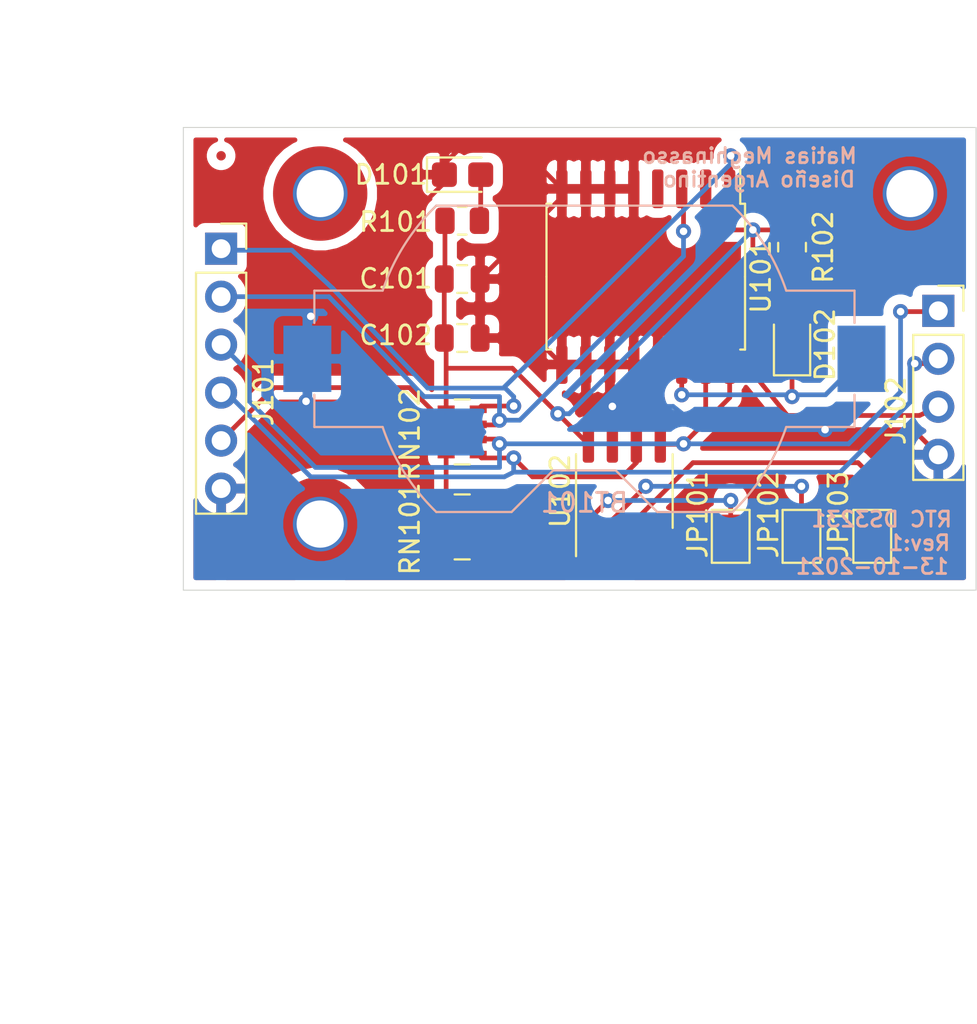
<source format=kicad_pcb>
(kicad_pcb (version 20171130) (host pcbnew "(5.1.10)-1")

  (general
    (thickness 1.6)
    (drawings 17)
    (tracks 195)
    (zones 0)
    (modules 22)
    (nets 15)
  )

  (page A4)
  (title_block
    (title "Réplica Módulo RTC DS3231")
    (date 2021-10-11)
    (rev 1)
    (comment 1 "Author: Matias Meghinasso")
    (comment 2 "Licence: GPL V3.0")
  )

  (layers
    (0 F.Cu signal)
    (31 B.Cu signal)
    (32 B.Adhes user hide)
    (33 F.Adhes user hide)
    (34 B.Paste user hide)
    (35 F.Paste user hide)
    (36 B.SilkS user)
    (37 F.SilkS user)
    (38 B.Mask user hide)
    (39 F.Mask user hide)
    (40 Dwgs.User user)
    (41 Cmts.User user hide)
    (42 Eco1.User user hide)
    (43 Eco2.User user hide)
    (44 Edge.Cuts user)
    (45 Margin user)
    (46 B.CrtYd user hide)
    (47 F.CrtYd user hide)
    (48 B.Fab user hide)
    (49 F.Fab user hide)
  )

  (setup
    (last_trace_width 0.25)
    (user_trace_width 0.2)
    (user_trace_width 0.8)
    (user_trace_width 1)
    (trace_clearance 0.2)
    (zone_clearance 0.508)
    (zone_45_only no)
    (trace_min 0.2)
    (via_size 0.8)
    (via_drill 0.4)
    (via_min_size 0.4)
    (via_min_drill 0.3)
    (user_via 0.4 0.3)
    (user_via 1.6 0.8)
    (user_via 1.8 1)
    (uvia_size 0.3)
    (uvia_drill 0.1)
    (uvias_allowed no)
    (uvia_min_size 0.2)
    (uvia_min_drill 0.1)
    (edge_width 0.05)
    (segment_width 0.2)
    (pcb_text_width 0.3)
    (pcb_text_size 1.5 1.5)
    (mod_edge_width 0.12)
    (mod_text_size 0.8 0.8)
    (mod_text_width 0.15)
    (pad_size 1.524 1.524)
    (pad_drill 0.762)
    (pad_to_mask_clearance 0)
    (aux_axis_origin 0 0)
    (visible_elements FFFFF77F)
    (pcbplotparams
      (layerselection 0x010fc_ffffffff)
      (usegerberextensions false)
      (usegerberattributes true)
      (usegerberadvancedattributes true)
      (creategerberjobfile true)
      (excludeedgelayer true)
      (linewidth 0.100000)
      (plotframeref false)
      (viasonmask false)
      (mode 1)
      (useauxorigin false)
      (hpglpennumber 1)
      (hpglpenspeed 20)
      (hpglpendiameter 15.000000)
      (psnegative false)
      (psa4output false)
      (plotreference true)
      (plotvalue true)
      (plotinvisibletext false)
      (padsonsilk false)
      (subtractmaskfromsilk false)
      (outputformat 1)
      (mirror false)
      (drillshape 0)
      (scaleselection 1)
      (outputdirectory "Gerber files/"))
  )

  (net 0 "")
  (net 1 /VBAT)
  (net 2 GND)
  (net 3 VCC)
  (net 4 "Net-(D101-Pad2)")
  (net 5 "Net-(D102-Pad2)")
  (net 6 /32KHZ)
  (net 7 /SQW)
  (net 8 /SCL)
  (net 9 /SDA)
  (net 10 "Net-(JP101-Pad2)")
  (net 11 "Net-(JP102-Pad2)")
  (net 12 "Net-(JP103-Pad2)")
  (net 13 "Net-(U101-Pad4)")
  (net 14 "Net-(RN101-Pad1)")

  (net_class Default "This is the default net class."
    (clearance 0.2)
    (trace_width 0.25)
    (via_dia 0.8)
    (via_drill 0.4)
    (uvia_dia 0.3)
    (uvia_drill 0.1)
    (add_net /32KHZ)
    (add_net /SCL)
    (add_net /SDA)
    (add_net /SQW)
    (add_net /VBAT)
    (add_net GND)
    (add_net "Net-(D101-Pad2)")
    (add_net "Net-(D102-Pad2)")
    (add_net "Net-(JP101-Pad2)")
    (add_net "Net-(JP102-Pad2)")
    (add_net "Net-(JP103-Pad2)")
    (add_net "Net-(RN101-Pad1)")
    (add_net "Net-(U101-Pad4)")
    (add_net VCC)
  )

  (net_class Original ""
    (clearance 0)
    (trace_width 0.25)
    (via_dia 0.8)
    (via_drill 0.4)
    (uvia_dia 0.3)
    (uvia_drill 0.1)
  )

  (module Connector_PinSocket_2.54mm:PinSocket_1x04_P2.54mm_Vertical (layer F.Cu) (tedit 5A19A429) (tstamp 6164C25D)
    (at 140 88.21)
    (descr "Through hole straight socket strip, 1x04, 2.54mm pitch, single row (from Kicad 4.0.7), script generated")
    (tags "Through hole socket strip THT 1x04 2.54mm single row")
    (path /6142925B)
    (fp_text reference J102 (at -2.25 5.29 90) (layer F.SilkS)
      (effects (font (size 1 1) (thickness 0.15)))
    )
    (fp_text value Conn_01x04_Male (at 0 10.39) (layer F.Fab)
      (effects (font (size 1 1) (thickness 0.15)))
    )
    (fp_line (start -1.8 9.4) (end -1.8 -1.8) (layer F.CrtYd) (width 0.05))
    (fp_line (start 1.75 9.4) (end -1.8 9.4) (layer F.CrtYd) (width 0.05))
    (fp_line (start 1.75 -1.8) (end 1.75 9.4) (layer F.CrtYd) (width 0.05))
    (fp_line (start -1.8 -1.8) (end 1.75 -1.8) (layer F.CrtYd) (width 0.05))
    (fp_line (start 0 -1.33) (end 1.33 -1.33) (layer F.SilkS) (width 0.12))
    (fp_line (start 1.33 -1.33) (end 1.33 0) (layer F.SilkS) (width 0.12))
    (fp_line (start 1.33 1.27) (end 1.33 8.95) (layer F.SilkS) (width 0.12))
    (fp_line (start -1.33 8.95) (end 1.33 8.95) (layer F.SilkS) (width 0.12))
    (fp_line (start -1.33 1.27) (end -1.33 8.95) (layer F.SilkS) (width 0.12))
    (fp_line (start -1.33 1.27) (end 1.33 1.27) (layer F.SilkS) (width 0.12))
    (fp_line (start -1.27 8.89) (end -1.27 -1.27) (layer F.Fab) (width 0.1))
    (fp_line (start 1.27 8.89) (end -1.27 8.89) (layer F.Fab) (width 0.1))
    (fp_line (start 1.27 -0.635) (end 1.27 8.89) (layer F.Fab) (width 0.1))
    (fp_line (start 0.635 -1.27) (end 1.27 -0.635) (layer F.Fab) (width 0.1))
    (fp_line (start -1.27 -1.27) (end 0.635 -1.27) (layer F.Fab) (width 0.1))
    (fp_text user %R (at 0 3.81 90) (layer F.Fab)
      (effects (font (size 1 1) (thickness 0.15)))
    )
    (pad 1 thru_hole rect (at 0 0) (size 1.7 1.7) (drill 1) (layers *.Cu *.Mask)
      (net 8 /SCL))
    (pad 2 thru_hole oval (at 0 2.54) (size 1.7 1.7) (drill 1) (layers *.Cu *.Mask)
      (net 9 /SDA))
    (pad 3 thru_hole oval (at 0 5.08) (size 1.7 1.7) (drill 1) (layers *.Cu *.Mask)
      (net 3 VCC))
    (pad 4 thru_hole oval (at 0 7.62) (size 1.7 1.7) (drill 1) (layers *.Cu *.Mask)
      (net 2 GND))
    (model ${KISYS3DMOD}/Connector_PinSocket_2.54mm.3dshapes/PinSocket_1x04_P2.54mm_Vertical.wrl
      (at (xyz 0 0 0))
      (scale (xyz 1 1 1))
      (rotate (xyz 0 0 0))
    )
  )

  (module Battery:BatteryHolder_Keystone_1058_1x2032 (layer B.Cu) (tedit 589EE147) (tstamp 616581D0)
    (at 121.25 90.75 180)
    (descr http://www.keyelco.com/product-pdf.cfm?p=14028)
    (tags "Keystone type 1058 coin cell retainer")
    (path /61423193)
    (attr smd)
    (fp_text reference BT101 (at 0 -7.62) (layer B.SilkS)
      (effects (font (size 1 1) (thickness 0.15)) (justify mirror))
    )
    (fp_text value Battery_Cell (at 0 9.398) (layer B.Fab)
      (effects (font (size 1 1) (thickness 0.15)) (justify mirror))
    )
    (fp_circle (center 0 0) (end 10 0) (layer Dwgs.User) (width 0.15))
    (fp_line (start -7.8026 8) (end 7.8026 8) (layer B.Fab) (width 0.1))
    (fp_line (start -3.9 -8) (end -7.8026 -8) (layer B.Fab) (width 0.1))
    (fp_line (start -14.2 3.5) (end -14.2 1.9) (layer B.Fab) (width 0.1))
    (fp_line (start -14.2 3.5) (end -10.61275 3.5) (layer B.Fab) (width 0.1))
    (fp_line (start -1.7 -5.8) (end 1.7 -5.8) (layer B.Fab) (width 0.1))
    (fp_line (start -1.7 -5.8) (end -3.9 -8) (layer B.Fab) (width 0.1))
    (fp_line (start 1.7 -5.8) (end 3.9 -8) (layer B.Fab) (width 0.1))
    (fp_line (start 3.9 -8) (end 7.8026 -8) (layer B.Fab) (width 0.1))
    (fp_line (start -14.2 -3.5) (end -10.61275 -3.5) (layer B.Fab) (width 0.1))
    (fp_line (start -14.2 -1.9) (end -14.2 -3.5) (layer B.Fab) (width 0.1))
    (fp_line (start 14.2 3.5) (end 14.2 1.9) (layer B.Fab) (width 0.1))
    (fp_line (start 10.61275 3.5) (end 14.2 3.5) (layer B.Fab) (width 0.1))
    (fp_line (start 14.2 -3.5) (end 10.61275 -3.5) (layer B.Fab) (width 0.1))
    (fp_line (start 14.2 -1.9) (end 14.2 -3.5) (layer B.Fab) (width 0.1))
    (fp_line (start -14.31 3.61) (end -10.692 3.61) (layer B.SilkS) (width 0.12))
    (fp_line (start -14.31 1.9) (end -14.31 3.61) (layer B.SilkS) (width 0.12))
    (fp_line (start -7.8473 8.11) (end 7.8473 8.11) (layer B.SilkS) (width 0.12))
    (fp_line (start 14.31 1.9) (end 14.31 3.61) (layer B.SilkS) (width 0.12))
    (fp_line (start 10.692 3.61) (end 14.31 3.61) (layer B.SilkS) (width 0.12))
    (fp_line (start 14.31 -3.61) (end 10.692 -3.61) (layer B.SilkS) (width 0.12))
    (fp_line (start 14.31 -1.9) (end 14.31 -3.61) (layer B.SilkS) (width 0.12))
    (fp_line (start 7.8473 -8.11) (end 3.86 -8.11) (layer B.SilkS) (width 0.12))
    (fp_line (start 1.66 -5.91) (end 3.86 -8.11) (layer B.SilkS) (width 0.12))
    (fp_line (start 1.66 -5.91) (end -1.66 -5.91) (layer B.SilkS) (width 0.12))
    (fp_line (start -1.66 -5.91) (end -3.86 -8.11) (layer B.SilkS) (width 0.12))
    (fp_line (start -3.86 -8.11) (end -7.8473 -8.11) (layer B.SilkS) (width 0.12))
    (fp_line (start -10.692 -3.61) (end -14.31 -3.61) (layer B.SilkS) (width 0.12))
    (fp_line (start -14.31 -1.9) (end -14.31 -3.61) (layer B.SilkS) (width 0.12))
    (fp_line (start -16.45 -4.11) (end -11.06 -4.11) (layer B.CrtYd) (width 0.05))
    (fp_line (start -16.45 4.11) (end -16.45 -4.11) (layer B.CrtYd) (width 0.05))
    (fp_line (start -16.45 4.11) (end -11.06 4.11) (layer B.CrtYd) (width 0.05))
    (fp_line (start 16.45 4.11) (end 11.06 4.11) (layer B.CrtYd) (width 0.05))
    (fp_line (start 16.45 -4.11) (end 16.45 4.11) (layer B.CrtYd) (width 0.05))
    (fp_line (start 11.06 -4.11) (end 16.45 -4.11) (layer B.CrtYd) (width 0.05))
    (fp_text user %R (at 0 0) (layer B.Fab)
      (effects (font (size 1 1) (thickness 0.15)) (justify mirror))
    )
    (fp_arc (start 0 0) (end 11.06 -4.11) (angle -139.2) (layer B.CrtYd) (width 0.05))
    (fp_arc (start 0 0) (end -11.06 4.11) (angle -139.2) (layer B.CrtYd) (width 0.05))
    (fp_arc (start 0 0) (end -10.692 -3.61) (angle 27.3) (layer B.SilkS) (width 0.12))
    (fp_arc (start 0 0) (end 10.692 3.61) (angle 27.3) (layer B.SilkS) (width 0.12))
    (fp_arc (start 0 0) (end 10.692 -3.61) (angle -27.3) (layer B.SilkS) (width 0.12))
    (fp_arc (start 0 0) (end -10.692 3.61) (angle -27.3) (layer B.SilkS) (width 0.12))
    (fp_arc (start 0 0) (end -10.61275 -3.5) (angle 27.4635) (layer B.Fab) (width 0.1))
    (fp_arc (start 0 0) (end 10.61275 3.5) (angle 27.4635) (layer B.Fab) (width 0.1))
    (fp_arc (start 0 0) (end 10.61275 -3.5) (angle -27.4635) (layer B.Fab) (width 0.1))
    (fp_arc (start 0 0) (end -10.61275 3.5) (angle -27.4635) (layer B.Fab) (width 0.1))
    (pad 1 smd rect (at -14.68 0 180) (size 2.54 3.51) (layers B.Cu B.Paste B.Mask)
      (net 1 /VBAT))
    (pad 2 smd rect (at 14.68 0 180) (size 2.54 3.51) (layers B.Cu B.Paste B.Mask)
      (net 2 GND))
    (model ${KISYS3DMOD}/Battery.3dshapes/BatteryHolder_Keystone_1058_1x2032.wrl
      (at (xyz 0 0 0))
      (scale (xyz 1 1 1))
      (rotate (xyz 0 0 0))
    )
  )

  (module Resistor_SMD:R_Array_Concave_4x0603 (layer F.Cu) (tedit 58E0A85E) (tstamp 61659B0E)
    (at 114.7724 94.6211 180)
    (descr "Thick Film Chip Resistor Array, Wave soldering, Vishay CRA06P (see cra06p.pdf)")
    (tags "resistor array")
    (path /61424D19)
    (attr smd)
    (fp_text reference RN102 (at 2.7724 -0.1289 90) (layer F.SilkS)
      (effects (font (size 1 1) (thickness 0.15)))
    )
    (fp_text value 4.7K (at 0 2.6) (layer F.Fab)
      (effects (font (size 1 1) (thickness 0.15)))
    )
    (fp_text user %R (at 0 0 90) (layer F.Fab)
      (effects (font (size 0.5 0.5) (thickness 0.075)))
    )
    (fp_line (start -0.8 -1.6) (end 0.8 -1.6) (layer F.Fab) (width 0.1))
    (fp_line (start 0.8 -1.6) (end 0.8 1.6) (layer F.Fab) (width 0.1))
    (fp_line (start 0.8 1.6) (end -0.8 1.6) (layer F.Fab) (width 0.1))
    (fp_line (start -0.8 1.6) (end -0.8 -1.6) (layer F.Fab) (width 0.1))
    (fp_line (start 0.4 1.72) (end -0.4 1.72) (layer F.SilkS) (width 0.12))
    (fp_line (start 0.4 -1.72) (end -0.4 -1.72) (layer F.SilkS) (width 0.12))
    (fp_line (start -1.55 -1.88) (end 1.55 -1.88) (layer F.CrtYd) (width 0.05))
    (fp_line (start -1.55 -1.88) (end -1.55 1.87) (layer F.CrtYd) (width 0.05))
    (fp_line (start 1.55 1.87) (end 1.55 -1.88) (layer F.CrtYd) (width 0.05))
    (fp_line (start 1.55 1.87) (end -1.55 1.87) (layer F.CrtYd) (width 0.05))
    (pad 5 smd rect (at 0.85 1.2 180) (size 0.9 0.4) (layers F.Cu F.Paste F.Mask)
      (net 3 VCC))
    (pad 6 smd rect (at 0.85 0.4 180) (size 0.9 0.4) (layers F.Cu F.Paste F.Mask)
      (net 3 VCC))
    (pad 7 smd rect (at 0.85 -0.4 180) (size 0.9 0.4) (layers F.Cu F.Paste F.Mask)
      (net 3 VCC))
    (pad 8 smd rect (at 0.85 -1.2 180) (size 0.9 0.4) (layers F.Cu F.Paste F.Mask)
      (net 3 VCC))
    (pad 4 smd rect (at -0.85 1.2 180) (size 0.9 0.4) (layers F.Cu F.Paste F.Mask)
      (net 6 /32KHZ))
    (pad 1 smd rect (at -0.85 -1.2 180) (size 0.9 0.4) (layers F.Cu F.Paste F.Mask)
      (net 9 /SDA))
    (pad 3 smd rect (at -0.85 0.4 180) (size 0.9 0.4) (layers F.Cu F.Paste F.Mask)
      (net 7 /SQW))
    (pad 2 smd rect (at -0.85 -0.4 180) (size 0.9 0.4) (layers F.Cu F.Paste F.Mask)
      (net 8 /SCL))
    (model ${KISYS3DMOD}/Resistor_SMD.3dshapes/R_Array_Concave_4x0603.wrl
      (at (xyz 0 0 0))
      (scale (xyz 1 1 1))
      (rotate (xyz 0 0 0))
    )
  )

  (module Jumper:SolderJumper-2_P1.3mm_Open_Pad1.0x1.5mm (layer F.Cu) (tedit 5A3EABFC) (tstamp 6164C2A2)
    (at 136.5 100.15 90)
    (descr "SMD Solder Jumper, 1x1.5mm Pads, 0.3mm gap, open")
    (tags "solder jumper open")
    (path /6142EF02)
    (attr virtual)
    (fp_text reference JP103 (at 1.15 -1.8 90) (layer F.SilkS)
      (effects (font (size 1 1) (thickness 0.15)))
    )
    (fp_text value Jumper_NO_Small (at 0 1.9 90) (layer F.Fab)
      (effects (font (size 1 1) (thickness 0.15)))
    )
    (fp_line (start -1.4 1) (end -1.4 -1) (layer F.SilkS) (width 0.12))
    (fp_line (start 1.4 1) (end -1.4 1) (layer F.SilkS) (width 0.12))
    (fp_line (start 1.4 -1) (end 1.4 1) (layer F.SilkS) (width 0.12))
    (fp_line (start -1.4 -1) (end 1.4 -1) (layer F.SilkS) (width 0.12))
    (fp_line (start -1.65 -1.25) (end 1.65 -1.25) (layer F.CrtYd) (width 0.05))
    (fp_line (start -1.65 -1.25) (end -1.65 1.25) (layer F.CrtYd) (width 0.05))
    (fp_line (start 1.65 1.25) (end 1.65 -1.25) (layer F.CrtYd) (width 0.05))
    (fp_line (start 1.65 1.25) (end -1.65 1.25) (layer F.CrtYd) (width 0.05))
    (pad 1 smd rect (at -0.65 0 90) (size 1 1.5) (layers F.Cu F.Mask)
      (net 2 GND))
    (pad 2 smd rect (at 0.65 0 90) (size 1 1.5) (layers F.Cu F.Mask)
      (net 12 "Net-(JP103-Pad2)"))
  )

  (module Jumper:SolderJumper-2_P1.3mm_Open_Pad1.0x1.5mm (layer F.Cu) (tedit 5A3EABFC) (tstamp 6164C28B)
    (at 132.75 100.15 90)
    (descr "SMD Solder Jumper, 1x1.5mm Pads, 0.3mm gap, open")
    (tags "solder jumper open")
    (path /6142EB82)
    (attr virtual)
    (fp_text reference JP102 (at 1.15 -1.75 90) (layer F.SilkS)
      (effects (font (size 1 1) (thickness 0.15)))
    )
    (fp_text value Jumper_NO_Small (at 0 1.9 90) (layer F.Fab)
      (effects (font (size 1 1) (thickness 0.15)))
    )
    (fp_line (start -1.4 1) (end -1.4 -1) (layer F.SilkS) (width 0.12))
    (fp_line (start 1.4 1) (end -1.4 1) (layer F.SilkS) (width 0.12))
    (fp_line (start 1.4 -1) (end 1.4 1) (layer F.SilkS) (width 0.12))
    (fp_line (start -1.4 -1) (end 1.4 -1) (layer F.SilkS) (width 0.12))
    (fp_line (start -1.65 -1.25) (end 1.65 -1.25) (layer F.CrtYd) (width 0.05))
    (fp_line (start -1.65 -1.25) (end -1.65 1.25) (layer F.CrtYd) (width 0.05))
    (fp_line (start 1.65 1.25) (end 1.65 -1.25) (layer F.CrtYd) (width 0.05))
    (fp_line (start 1.65 1.25) (end -1.65 1.25) (layer F.CrtYd) (width 0.05))
    (pad 1 smd rect (at -0.65 0 90) (size 1 1.5) (layers F.Cu F.Mask)
      (net 2 GND))
    (pad 2 smd rect (at 0.65 0 90) (size 1 1.5) (layers F.Cu F.Mask)
      (net 11 "Net-(JP102-Pad2)"))
  )

  (module Jumper:SolderJumper-2_P1.3mm_Open_Pad1.0x1.5mm (layer F.Cu) (tedit 5A3EABFC) (tstamp 61672F71)
    (at 129 100.15 90)
    (descr "SMD Solder Jumper, 1x1.5mm Pads, 0.3mm gap, open")
    (tags "solder jumper open")
    (path /6142E269)
    (attr virtual)
    (fp_text reference JP101 (at 1.15 -1.75 90) (layer F.SilkS)
      (effects (font (size 1 1) (thickness 0.15)))
    )
    (fp_text value Jumper_NO_Small (at 0 1.9 90) (layer F.Fab)
      (effects (font (size 1 1) (thickness 0.15)))
    )
    (fp_line (start -1.4 1) (end -1.4 -1) (layer F.SilkS) (width 0.12))
    (fp_line (start 1.4 1) (end -1.4 1) (layer F.SilkS) (width 0.12))
    (fp_line (start 1.4 -1) (end 1.4 1) (layer F.SilkS) (width 0.12))
    (fp_line (start -1.4 -1) (end 1.4 -1) (layer F.SilkS) (width 0.12))
    (fp_line (start -1.65 -1.25) (end 1.65 -1.25) (layer F.CrtYd) (width 0.05))
    (fp_line (start -1.65 -1.25) (end -1.65 1.25) (layer F.CrtYd) (width 0.05))
    (fp_line (start 1.65 1.25) (end 1.65 -1.25) (layer F.CrtYd) (width 0.05))
    (fp_line (start 1.65 1.25) (end -1.65 1.25) (layer F.CrtYd) (width 0.05))
    (pad 1 smd rect (at -0.65 0 90) (size 1 1.5) (layers F.Cu F.Mask)
      (net 2 GND))
    (pad 2 smd rect (at 0.65 0 90) (size 1 1.5) (layers F.Cu F.Mask)
      (net 10 "Net-(JP101-Pad2)"))
  )

  (module LED_SMD:LED_0805_2012Metric_Castellated (layer F.Cu) (tedit 5F68FEF1) (tstamp 61672E86)
    (at 114.7924 81)
    (descr "LED SMD 0805 (2012 Metric), castellated end terminal, IPC_7351 nominal, (Body size source: https://docs.google.com/spreadsheets/d/1BsfQQcO9C6DZCsRaXUlFlo91Tg2WpOkGARC1WS5S8t0/edit?usp=sharing), generated with kicad-footprint-generator")
    (tags "LED castellated")
    (path /6149DE54)
    (attr smd)
    (fp_text reference D101 (at -3.7924 0) (layer F.SilkS)
      (effects (font (size 1 1) (thickness 0.15)))
    )
    (fp_text value LED (at 0 1.6) (layer F.Fab)
      (effects (font (size 1 1) (thickness 0.15)))
    )
    (fp_text user %R (at 0 0) (layer F.Fab)
      (effects (font (size 0.5 0.5) (thickness 0.08)))
    )
    (fp_line (start 1 -0.6) (end -0.7 -0.6) (layer F.Fab) (width 0.1))
    (fp_line (start -0.7 -0.6) (end -1 -0.3) (layer F.Fab) (width 0.1))
    (fp_line (start -1 -0.3) (end -1 0.6) (layer F.Fab) (width 0.1))
    (fp_line (start -1 0.6) (end 1 0.6) (layer F.Fab) (width 0.1))
    (fp_line (start 1 0.6) (end 1 -0.6) (layer F.Fab) (width 0.1))
    (fp_line (start 1 -0.91) (end -1.885 -0.91) (layer F.SilkS) (width 0.12))
    (fp_line (start -1.885 -0.91) (end -1.885 0.91) (layer F.SilkS) (width 0.12))
    (fp_line (start -1.885 0.91) (end 1 0.91) (layer F.SilkS) (width 0.12))
    (fp_line (start -1.88 0.9) (end -1.88 -0.9) (layer F.CrtYd) (width 0.05))
    (fp_line (start -1.88 -0.9) (end 1.88 -0.9) (layer F.CrtYd) (width 0.05))
    (fp_line (start 1.88 -0.9) (end 1.88 0.9) (layer F.CrtYd) (width 0.05))
    (fp_line (start 1.88 0.9) (end -1.88 0.9) (layer F.CrtYd) (width 0.05))
    (pad 2 smd roundrect (at 0.9625 0) (size 1.325 1.3) (layers F.Cu F.Paste F.Mask) (roundrect_rratio 0.1923076923076923)
      (net 4 "Net-(D101-Pad2)"))
    (pad 1 smd roundrect (at -0.9625 0) (size 1.325 1.3) (layers F.Cu F.Paste F.Mask) (roundrect_rratio 0.1923076923076923)
      (net 2 GND))
    (model ${KISYS3DMOD}/LED_SMD.3dshapes/LED_0805_2012Metric_Castellated.wrl
      (at (xyz 0 0 0))
      (scale (xyz 1 1 1))
      (rotate (xyz 0 0 0))
    )
  )

  (module Capacitor_SMD:C_0805_2012Metric (layer F.Cu) (tedit 5F68FEEE) (tstamp 616614B9)
    (at 114.7724 86.5251)
    (descr "Capacitor SMD 0805 (2012 Metric), square (rectangular) end terminal, IPC_7351 nominal, (Body size source: IPC-SM-782 page 76, https://www.pcb-3d.com/wordpress/wp-content/uploads/ipc-sm-782a_amendment_1_and_2.pdf, https://docs.google.com/spreadsheets/d/1BsfQQcO9C6DZCsRaXUlFlo91Tg2WpOkGARC1WS5S8t0/edit?usp=sharing), generated with kicad-footprint-generator")
    (tags capacitor)
    (path /61564D51)
    (attr smd)
    (fp_text reference C101 (at -3.5224 -0.0251) (layer F.SilkS)
      (effects (font (size 1 1) (thickness 0.15)))
    )
    (fp_text value "0.1 uF" (at 0 1.68) (layer F.Fab)
      (effects (font (size 1 1) (thickness 0.15)))
    )
    (fp_text user %R (at 0 0) (layer F.Fab)
      (effects (font (size 0.5 0.5) (thickness 0.08)))
    )
    (fp_line (start -1 0.625) (end -1 -0.625) (layer F.Fab) (width 0.1))
    (fp_line (start -1 -0.625) (end 1 -0.625) (layer F.Fab) (width 0.1))
    (fp_line (start 1 -0.625) (end 1 0.625) (layer F.Fab) (width 0.1))
    (fp_line (start 1 0.625) (end -1 0.625) (layer F.Fab) (width 0.1))
    (fp_line (start -0.261252 -0.735) (end 0.261252 -0.735) (layer F.SilkS) (width 0.12))
    (fp_line (start -0.261252 0.735) (end 0.261252 0.735) (layer F.SilkS) (width 0.12))
    (fp_line (start -1.7 0.98) (end -1.7 -0.98) (layer F.CrtYd) (width 0.05))
    (fp_line (start -1.7 -0.98) (end 1.7 -0.98) (layer F.CrtYd) (width 0.05))
    (fp_line (start 1.7 -0.98) (end 1.7 0.98) (layer F.CrtYd) (width 0.05))
    (fp_line (start 1.7 0.98) (end -1.7 0.98) (layer F.CrtYd) (width 0.05))
    (pad 2 smd roundrect (at 0.95 0) (size 1 1.45) (layers F.Cu F.Paste F.Mask) (roundrect_rratio 0.25)
      (net 2 GND))
    (pad 1 smd roundrect (at -0.95 0) (size 1 1.45) (layers F.Cu F.Paste F.Mask) (roundrect_rratio 0.25)
      (net 3 VCC))
    (model ${KISYS3DMOD}/Capacitor_SMD.3dshapes/C_0805_2012Metric.wrl
      (at (xyz 0 0 0))
      (scale (xyz 1 1 1))
      (rotate (xyz 0 0 0))
    )
  )

  (module Capacitor_SMD:C_0805_2012Metric (layer F.Cu) (tedit 5F68FEEE) (tstamp 61661489)
    (at 114.7724 89.6493)
    (descr "Capacitor SMD 0805 (2012 Metric), square (rectangular) end terminal, IPC_7351 nominal, (Body size source: IPC-SM-782 page 76, https://www.pcb-3d.com/wordpress/wp-content/uploads/ipc-sm-782a_amendment_1_and_2.pdf, https://docs.google.com/spreadsheets/d/1BsfQQcO9C6DZCsRaXUlFlo91Tg2WpOkGARC1WS5S8t0/edit?usp=sharing), generated with kicad-footprint-generator")
    (tags capacitor)
    (path /615648EE)
    (attr smd)
    (fp_text reference C102 (at -3.5224 -0.1493) (layer F.SilkS)
      (effects (font (size 1 1) (thickness 0.15)))
    )
    (fp_text value "1 uF" (at 0 1.68) (layer F.Fab)
      (effects (font (size 1 1) (thickness 0.15)))
    )
    (fp_line (start 1.7 0.98) (end -1.7 0.98) (layer F.CrtYd) (width 0.05))
    (fp_line (start 1.7 -0.98) (end 1.7 0.98) (layer F.CrtYd) (width 0.05))
    (fp_line (start -1.7 -0.98) (end 1.7 -0.98) (layer F.CrtYd) (width 0.05))
    (fp_line (start -1.7 0.98) (end -1.7 -0.98) (layer F.CrtYd) (width 0.05))
    (fp_line (start -0.261252 0.735) (end 0.261252 0.735) (layer F.SilkS) (width 0.12))
    (fp_line (start -0.261252 -0.735) (end 0.261252 -0.735) (layer F.SilkS) (width 0.12))
    (fp_line (start 1 0.625) (end -1 0.625) (layer F.Fab) (width 0.1))
    (fp_line (start 1 -0.625) (end 1 0.625) (layer F.Fab) (width 0.1))
    (fp_line (start -1 -0.625) (end 1 -0.625) (layer F.Fab) (width 0.1))
    (fp_line (start -1 0.625) (end -1 -0.625) (layer F.Fab) (width 0.1))
    (fp_text user %R (at 0 0) (layer F.Fab)
      (effects (font (size 0.5 0.5) (thickness 0.08)))
    )
    (pad 1 smd roundrect (at -0.95 0) (size 1 1.45) (layers F.Cu F.Paste F.Mask) (roundrect_rratio 0.25)
      (net 3 VCC))
    (pad 2 smd roundrect (at 0.95 0) (size 1 1.45) (layers F.Cu F.Paste F.Mask) (roundrect_rratio 0.25)
      (net 2 GND))
    (model ${KISYS3DMOD}/Capacitor_SMD.3dshapes/C_0805_2012Metric.wrl
      (at (xyz 0 0 0))
      (scale (xyz 1 1 1))
      (rotate (xyz 0 0 0))
    )
  )

  (module Diode_SMD:D_0805_2012Metric (layer F.Cu) (tedit 5F68FEF0) (tstamp 6164C1F8)
    (at 132.25 89.9375 90)
    (descr "Diode SMD 0805 (2012 Metric), square (rectangular) end terminal, IPC_7351 nominal, (Body size source: https://docs.google.com/spreadsheets/d/1BsfQQcO9C6DZCsRaXUlFlo91Tg2WpOkGARC1WS5S8t0/edit?usp=sharing), generated with kicad-footprint-generator")
    (tags diode)
    (path /614A1340)
    (attr smd)
    (fp_text reference D102 (at -0.0625 1.75 270) (layer F.SilkS)
      (effects (font (size 1 1) (thickness 0.15)))
    )
    (fp_text value Diode (at 0 1.65 90) (layer F.Fab)
      (effects (font (size 1 1) (thickness 0.15)))
    )
    (fp_line (start 1.68 0.95) (end -1.68 0.95) (layer F.CrtYd) (width 0.05))
    (fp_line (start 1.68 -0.95) (end 1.68 0.95) (layer F.CrtYd) (width 0.05))
    (fp_line (start -1.68 -0.95) (end 1.68 -0.95) (layer F.CrtYd) (width 0.05))
    (fp_line (start -1.68 0.95) (end -1.68 -0.95) (layer F.CrtYd) (width 0.05))
    (fp_line (start -1.685 0.96) (end 1 0.96) (layer F.SilkS) (width 0.12))
    (fp_line (start -1.685 -0.96) (end -1.685 0.96) (layer F.SilkS) (width 0.12))
    (fp_line (start 1 -0.96) (end -1.685 -0.96) (layer F.SilkS) (width 0.12))
    (fp_line (start 1 0.6) (end 1 -0.6) (layer F.Fab) (width 0.1))
    (fp_line (start -1 0.6) (end 1 0.6) (layer F.Fab) (width 0.1))
    (fp_line (start -1 -0.3) (end -1 0.6) (layer F.Fab) (width 0.1))
    (fp_line (start -0.7 -0.6) (end -1 -0.3) (layer F.Fab) (width 0.1))
    (fp_line (start 1 -0.6) (end -0.7 -0.6) (layer F.Fab) (width 0.1))
    (fp_text user %R (at 0 0 90) (layer F.Fab)
      (effects (font (size 0.5 0.5) (thickness 0.08)))
    )
    (pad 1 smd roundrect (at -0.9375 0 90) (size 0.975 1.4) (layers F.Cu F.Paste F.Mask) (roundrect_rratio 0.25)
      (net 1 /VBAT))
    (pad 2 smd roundrect (at 0.9375 0 90) (size 0.975 1.4) (layers F.Cu F.Paste F.Mask) (roundrect_rratio 0.25)
      (net 5 "Net-(D102-Pad2)"))
    (model ${KISYS3DMOD}/Diode_SMD.3dshapes/D_0805_2012Metric.wrl
      (at (xyz 0 0 0))
      (scale (xyz 1 1 1))
      (rotate (xyz 0 0 0))
    )
  )

  (module Fiducial:Fiducial_0.5mm_Mask1mm (layer F.Cu) (tedit 5C18CB26) (tstamp 616723A6)
    (at 102 80)
    (descr "Circular Fiducial, 0.5mm bare copper, 1mm soldermask opening (Level C)")
    (tags fiducial)
    (path /615818A5)
    (attr smd)
    (fp_text reference FID101 (at 1.25 1.5) (layer F.SilkS) hide
      (effects (font (size 1 1) (thickness 0.15)))
    )
    (fp_text value Fiducial (at 0 1.5) (layer F.Fab)
      (effects (font (size 1 1) (thickness 0.15)))
    )
    (fp_circle (center 0 0) (end 0.75 0) (layer F.CrtYd) (width 0.05))
    (fp_circle (center 0 0) (end 0.5 0) (layer F.Fab) (width 0.1))
    (fp_text user %R (at 0 0) (layer F.Fab)
      (effects (font (size 0.2 0.2) (thickness 0.04)))
    )
    (pad "" smd circle (at 0 0) (size 0.5 0.5) (layers F.Cu F.Mask)
      (solder_mask_margin 0.25) (clearance 0.25))
  )

  (module Fiducial:Fiducial_0.5mm_Mask1mm (layer F.Cu) (tedit 5C18CB26) (tstamp 6164C208)
    (at 102 101.5)
    (descr "Circular Fiducial, 0.5mm bare copper, 1mm soldermask opening (Level C)")
    (tags fiducial)
    (path /61580E6C)
    (attr smd)
    (fp_text reference FID102 (at 1.25 -1.25) (layer F.SilkS) hide
      (effects (font (size 1 1) (thickness 0.15)))
    )
    (fp_text value Fiducial (at 0 1.5) (layer F.Fab)
      (effects (font (size 1 1) (thickness 0.15)))
    )
    (fp_text user %R (at 0 0) (layer F.Fab)
      (effects (font (size 0.2 0.2) (thickness 0.04)))
    )
    (fp_circle (center 0 0) (end 0.5 0) (layer F.Fab) (width 0.1))
    (fp_circle (center 0 0) (end 0.75 0) (layer F.CrtYd) (width 0.05))
    (pad "" smd circle (at 0 0) (size 0.5 0.5) (layers F.Cu F.Mask)
      (solder_mask_margin 0.25) (clearance 0.25))
  )

  (module Fiducial:Fiducial_0.5mm_Mask1mm (layer F.Cu) (tedit 5C18CB26) (tstamp 6164F1D3)
    (at 133.25 80)
    (descr "Circular Fiducial, 0.5mm bare copper, 1mm soldermask opening (Level C)")
    (tags fiducial)
    (path /61580870)
    (attr smd)
    (fp_text reference FID103 (at -0.25 1.25) (layer F.SilkS) hide
      (effects (font (size 1 1) (thickness 0.15)))
    )
    (fp_text value Fiducial (at 0 1.5) (layer F.Fab)
      (effects (font (size 1 1) (thickness 0.15)))
    )
    (fp_circle (center 0 0) (end 0.75 0) (layer F.CrtYd) (width 0.05))
    (fp_circle (center 0 0) (end 0.5 0) (layer F.Fab) (width 0.1))
    (fp_text user %R (at 0 0) (layer F.Fab)
      (effects (font (size 0.2 0.2) (thickness 0.04)))
    )
    (pad "" smd circle (at 0 0) (size 0.5 0.5) (layers F.Cu F.Mask)
      (solder_mask_margin 0.25) (clearance 0.25))
  )

  (module MountingHole:MountingHole_2.5mm_Pad_TopOnly (layer F.Cu) (tedit 56D1B4CB) (tstamp 61672547)
    (at 107.25 82)
    (descr "Mounting Hole 2.5mm")
    (tags "mounting hole 2.5mm")
    (path /615F5205)
    (attr virtual)
    (fp_text reference H101 (at 0 3.25) (layer F.SilkS) hide
      (effects (font (size 1 1) (thickness 0.15)))
    )
    (fp_text value MountingHole (at 0 3.5) (layer F.Fab)
      (effects (font (size 1 1) (thickness 0.15)))
    )
    (fp_circle (center 0 0) (end 2.75 0) (layer F.CrtYd) (width 0.05))
    (fp_circle (center 0 0) (end 2.5 0) (layer Cmts.User) (width 0.15))
    (fp_text user %R (at 0.3 0) (layer F.Fab)
      (effects (font (size 1 1) (thickness 0.15)))
    )
    (pad 1 thru_hole circle (at 0 0) (size 2.9 2.9) (drill 2.5) (layers *.Cu *.Mask))
    (pad 1 connect circle (at 0 0) (size 5 5) (layers F.Cu F.Mask))
  )

  (module MountingHole:MountingHole_2.5mm_Pad_TopOnly (layer F.Cu) (tedit 56D1B4CB) (tstamp 6164C222)
    (at 138.5 82)
    (descr "Mounting Hole 2.5mm")
    (tags "mounting hole 2.5mm")
    (path /615F579C)
    (attr virtual)
    (fp_text reference H102 (at 0 3.25) (layer F.SilkS) hide
      (effects (font (size 1 1) (thickness 0.15)))
    )
    (fp_text value MountingHole (at 0 3.5) (layer F.Fab)
      (effects (font (size 1 1) (thickness 0.15)))
    )
    (fp_text user %R (at 0.3 0) (layer F.Fab)
      (effects (font (size 1 1) (thickness 0.15)))
    )
    (fp_circle (center 0 0) (end 2.5 0) (layer Cmts.User) (width 0.15))
    (fp_circle (center 0 0) (end 2.75 0) (layer F.CrtYd) (width 0.05))
    (pad 1 connect circle (at 0 0) (size 5 5) (layers F.Cu F.Mask))
    (pad 1 thru_hole circle (at 0 0) (size 2.9 2.9) (drill 2.5) (layers *.Cu *.Mask))
  )

  (module MountingHole:MountingHole_2.5mm_Pad_TopOnly (layer F.Cu) (tedit 56D1B4CB) (tstamp 6164D088)
    (at 107.25 99.5)
    (descr "Mounting Hole 2.5mm")
    (tags "mounting hole 2.5mm")
    (path /615F5958)
    (attr virtual)
    (fp_text reference H103 (at 0 -3.5) (layer F.SilkS) hide
      (effects (font (size 1 1) (thickness 0.15)))
    )
    (fp_text value MountingHole (at 0 3.5) (layer F.Fab)
      (effects (font (size 1 1) (thickness 0.15)))
    )
    (fp_text user %R (at 0.3 0) (layer F.Fab)
      (effects (font (size 1 1) (thickness 0.15)))
    )
    (fp_circle (center 0 0) (end 2.5 0) (layer Cmts.User) (width 0.15))
    (fp_circle (center 0 0) (end 2.75 0) (layer F.CrtYd) (width 0.05))
    (pad 1 connect circle (at 0 0) (size 5 5) (layers F.Cu F.Mask))
    (pad 1 thru_hole circle (at 0 0) (size 2.9 2.9) (drill 2.5) (layers *.Cu *.Mask))
  )

  (module Connector_PinSocket_2.54mm:PinSocket_1x06_P2.54mm_Vertical (layer F.Cu) (tedit 5A19A430) (tstamp 6164C245)
    (at 102 84.92)
    (descr "Through hole straight socket strip, 1x06, 2.54mm pitch, single row (from Kicad 4.0.7), script generated")
    (tags "Through hole socket strip THT 1x06 2.54mm single row")
    (path /614278A7)
    (fp_text reference J101 (at 2.25 7.58 90) (layer F.SilkS)
      (effects (font (size 1 1) (thickness 0.15)))
    )
    (fp_text value Conn_01x06_Male (at 0 15.47) (layer F.Fab)
      (effects (font (size 1 1) (thickness 0.15)))
    )
    (fp_line (start -1.8 14.45) (end -1.8 -1.8) (layer F.CrtYd) (width 0.05))
    (fp_line (start 1.75 14.45) (end -1.8 14.45) (layer F.CrtYd) (width 0.05))
    (fp_line (start 1.75 -1.8) (end 1.75 14.45) (layer F.CrtYd) (width 0.05))
    (fp_line (start -1.8 -1.8) (end 1.75 -1.8) (layer F.CrtYd) (width 0.05))
    (fp_line (start 0 -1.33) (end 1.33 -1.33) (layer F.SilkS) (width 0.12))
    (fp_line (start 1.33 -1.33) (end 1.33 0) (layer F.SilkS) (width 0.12))
    (fp_line (start 1.33 1.27) (end 1.33 14.03) (layer F.SilkS) (width 0.12))
    (fp_line (start -1.33 14.03) (end 1.33 14.03) (layer F.SilkS) (width 0.12))
    (fp_line (start -1.33 1.27) (end -1.33 14.03) (layer F.SilkS) (width 0.12))
    (fp_line (start -1.33 1.27) (end 1.33 1.27) (layer F.SilkS) (width 0.12))
    (fp_line (start -1.27 13.97) (end -1.27 -1.27) (layer F.Fab) (width 0.1))
    (fp_line (start 1.27 13.97) (end -1.27 13.97) (layer F.Fab) (width 0.1))
    (fp_line (start 1.27 -0.635) (end 1.27 13.97) (layer F.Fab) (width 0.1))
    (fp_line (start 0.635 -1.27) (end 1.27 -0.635) (layer F.Fab) (width 0.1))
    (fp_line (start -1.27 -1.27) (end 0.635 -1.27) (layer F.Fab) (width 0.1))
    (fp_text user %R (at 0 6.35 90) (layer F.Fab)
      (effects (font (size 1 1) (thickness 0.15)))
    )
    (pad 1 thru_hole rect (at 0 0) (size 1.7 1.7) (drill 1) (layers *.Cu *.Mask)
      (net 6 /32KHZ))
    (pad 2 thru_hole oval (at 0 2.54) (size 1.7 1.7) (drill 1) (layers *.Cu *.Mask)
      (net 7 /SQW))
    (pad 3 thru_hole oval (at 0 5.08) (size 1.7 1.7) (drill 1) (layers *.Cu *.Mask)
      (net 8 /SCL))
    (pad 4 thru_hole oval (at 0 7.62) (size 1.7 1.7) (drill 1) (layers *.Cu *.Mask)
      (net 9 /SDA))
    (pad 5 thru_hole oval (at 0 10.16) (size 1.7 1.7) (drill 1) (layers *.Cu *.Mask)
      (net 3 VCC))
    (pad 6 thru_hole oval (at 0 12.7) (size 1.7 1.7) (drill 1) (layers *.Cu *.Mask)
      (net 2 GND))
    (model ${KISYS3DMOD}/Connector_PinSocket_2.54mm.3dshapes/PinSocket_1x06_P2.54mm_Vertical.wrl
      (at (xyz 0 0 0))
      (scale (xyz 1 1 1))
      (rotate (xyz 0 0 0))
    )
  )

  (module Resistor_SMD:R_0805_2012Metric (layer F.Cu) (tedit 5F68FEEE) (tstamp 61661459)
    (at 114.7724 83.439)
    (descr "Resistor SMD 0805 (2012 Metric), square (rectangular) end terminal, IPC_7351 nominal, (Body size source: IPC-SM-782 page 72, https://www.pcb-3d.com/wordpress/wp-content/uploads/ipc-sm-782a_amendment_1_and_2.pdf), generated with kicad-footprint-generator")
    (tags resistor)
    (path /6149D884)
    (attr smd)
    (fp_text reference R101 (at -3.5224 0.061) (layer F.SilkS)
      (effects (font (size 1 1) (thickness 0.15)))
    )
    (fp_text value 1k (at 0 1.65) (layer F.Fab)
      (effects (font (size 1 1) (thickness 0.15)))
    )
    (fp_text user %R (at 0 0) (layer F.Fab)
      (effects (font (size 0.5 0.5) (thickness 0.08)))
    )
    (fp_line (start -1 0.625) (end -1 -0.625) (layer F.Fab) (width 0.1))
    (fp_line (start -1 -0.625) (end 1 -0.625) (layer F.Fab) (width 0.1))
    (fp_line (start 1 -0.625) (end 1 0.625) (layer F.Fab) (width 0.1))
    (fp_line (start 1 0.625) (end -1 0.625) (layer F.Fab) (width 0.1))
    (fp_line (start -0.227064 -0.735) (end 0.227064 -0.735) (layer F.SilkS) (width 0.12))
    (fp_line (start -0.227064 0.735) (end 0.227064 0.735) (layer F.SilkS) (width 0.12))
    (fp_line (start -1.68 0.95) (end -1.68 -0.95) (layer F.CrtYd) (width 0.05))
    (fp_line (start -1.68 -0.95) (end 1.68 -0.95) (layer F.CrtYd) (width 0.05))
    (fp_line (start 1.68 -0.95) (end 1.68 0.95) (layer F.CrtYd) (width 0.05))
    (fp_line (start 1.68 0.95) (end -1.68 0.95) (layer F.CrtYd) (width 0.05))
    (pad 2 smd roundrect (at 0.9125 0) (size 1.025 1.4) (layers F.Cu F.Paste F.Mask) (roundrect_rratio 0.2439014634146341)
      (net 4 "Net-(D101-Pad2)"))
    (pad 1 smd roundrect (at -0.9125 0) (size 1.025 1.4) (layers F.Cu F.Paste F.Mask) (roundrect_rratio 0.2439014634146341)
      (net 3 VCC))
    (model ${KISYS3DMOD}/Resistor_SMD.3dshapes/R_0805_2012Metric.wrl
      (at (xyz 0 0 0))
      (scale (xyz 1 1 1))
      (rotate (xyz 0 0 0))
    )
  )

  (module Resistor_SMD:R_0805_2012Metric (layer F.Cu) (tedit 5F68FEEE) (tstamp 6164C2C4)
    (at 132.25 84.8375 270)
    (descr "Resistor SMD 0805 (2012 Metric), square (rectangular) end terminal, IPC_7351 nominal, (Body size source: IPC-SM-782 page 72, https://www.pcb-3d.com/wordpress/wp-content/uploads/ipc-sm-782a_amendment_1_and_2.pdf), generated with kicad-footprint-generator")
    (tags resistor)
    (path /614A223B)
    (attr smd)
    (fp_text reference R102 (at 0 -1.65 90) (layer F.SilkS)
      (effects (font (size 1 1) (thickness 0.15)))
    )
    (fp_text value 200 (at 0 1.65 90) (layer F.Fab)
      (effects (font (size 1 1) (thickness 0.15)))
    )
    (fp_line (start 1.68 0.95) (end -1.68 0.95) (layer F.CrtYd) (width 0.05))
    (fp_line (start 1.68 -0.95) (end 1.68 0.95) (layer F.CrtYd) (width 0.05))
    (fp_line (start -1.68 -0.95) (end 1.68 -0.95) (layer F.CrtYd) (width 0.05))
    (fp_line (start -1.68 0.95) (end -1.68 -0.95) (layer F.CrtYd) (width 0.05))
    (fp_line (start -0.227064 0.735) (end 0.227064 0.735) (layer F.SilkS) (width 0.12))
    (fp_line (start -0.227064 -0.735) (end 0.227064 -0.735) (layer F.SilkS) (width 0.12))
    (fp_line (start 1 0.625) (end -1 0.625) (layer F.Fab) (width 0.1))
    (fp_line (start 1 -0.625) (end 1 0.625) (layer F.Fab) (width 0.1))
    (fp_line (start -1 -0.625) (end 1 -0.625) (layer F.Fab) (width 0.1))
    (fp_line (start -1 0.625) (end -1 -0.625) (layer F.Fab) (width 0.1))
    (fp_text user %R (at 0 0 90) (layer F.Fab)
      (effects (font (size 0.5 0.5) (thickness 0.08)))
    )
    (pad 1 smd roundrect (at -0.9125 0 270) (size 1.025 1.4) (layers F.Cu F.Paste F.Mask) (roundrect_rratio 0.2439014634146341)
      (net 3 VCC))
    (pad 2 smd roundrect (at 0.9125 0 270) (size 1.025 1.4) (layers F.Cu F.Paste F.Mask) (roundrect_rratio 0.2439014634146341)
      (net 5 "Net-(D102-Pad2)"))
    (model ${KISYS3DMOD}/Resistor_SMD.3dshapes/R_0805_2012Metric.wrl
      (at (xyz 0 0 0))
      (scale (xyz 1 1 1))
      (rotate (xyz 0 0 0))
    )
  )

  (module Resistor_SMD:R_Array_Concave_4x0603 (layer F.Cu) (tedit 58E0A85E) (tstamp 616724BE)
    (at 114.7724 99.65 180)
    (descr "Thick Film Chip Resistor Array, Wave soldering, Vishay CRA06P (see cra06p.pdf)")
    (tags "resistor array")
    (path /614AB9B7)
    (attr smd)
    (fp_text reference RN101 (at 2.7724 -0.1 90) (layer F.SilkS)
      (effects (font (size 1 1) (thickness 0.15)))
    )
    (fp_text value 4.7K (at 0 2.6) (layer F.Fab)
      (effects (font (size 1 1) (thickness 0.15)))
    )
    (fp_line (start 1.55 1.87) (end -1.55 1.87) (layer F.CrtYd) (width 0.05))
    (fp_line (start 1.55 1.87) (end 1.55 -1.88) (layer F.CrtYd) (width 0.05))
    (fp_line (start -1.55 -1.88) (end -1.55 1.87) (layer F.CrtYd) (width 0.05))
    (fp_line (start -1.55 -1.88) (end 1.55 -1.88) (layer F.CrtYd) (width 0.05))
    (fp_line (start 0.4 -1.72) (end -0.4 -1.72) (layer F.SilkS) (width 0.12))
    (fp_line (start 0.4 1.72) (end -0.4 1.72) (layer F.SilkS) (width 0.12))
    (fp_line (start -0.8 1.6) (end -0.8 -1.6) (layer F.Fab) (width 0.1))
    (fp_line (start 0.8 1.6) (end -0.8 1.6) (layer F.Fab) (width 0.1))
    (fp_line (start 0.8 -1.6) (end 0.8 1.6) (layer F.Fab) (width 0.1))
    (fp_line (start -0.8 -1.6) (end 0.8 -1.6) (layer F.Fab) (width 0.1))
    (fp_text user %R (at 0 0 90) (layer F.Fab)
      (effects (font (size 0.5 0.5) (thickness 0.075)))
    )
    (pad 2 smd rect (at -0.85 -0.4 180) (size 0.9 0.4) (layers F.Cu F.Paste F.Mask)
      (net 12 "Net-(JP103-Pad2)"))
    (pad 3 smd rect (at -0.85 0.4 180) (size 0.9 0.4) (layers F.Cu F.Paste F.Mask)
      (net 11 "Net-(JP102-Pad2)"))
    (pad 1 smd rect (at -0.85 -1.2 180) (size 0.9 0.4) (layers F.Cu F.Paste F.Mask)
      (net 14 "Net-(RN101-Pad1)"))
    (pad 4 smd rect (at -0.85 1.2 180) (size 0.9 0.4) (layers F.Cu F.Paste F.Mask)
      (net 10 "Net-(JP101-Pad2)"))
    (pad 8 smd rect (at 0.85 -1.2 180) (size 0.9 0.4) (layers F.Cu F.Paste F.Mask)
      (net 3 VCC))
    (pad 7 smd rect (at 0.85 -0.4 180) (size 0.9 0.4) (layers F.Cu F.Paste F.Mask)
      (net 3 VCC))
    (pad 6 smd rect (at 0.85 0.4 180) (size 0.9 0.4) (layers F.Cu F.Paste F.Mask)
      (net 3 VCC))
    (pad 5 smd rect (at 0.85 1.2 180) (size 0.9 0.4) (layers F.Cu F.Paste F.Mask)
      (net 3 VCC))
    (model ${KISYS3DMOD}/Resistor_SMD.3dshapes/R_Array_Concave_4x0603.wrl
      (at (xyz 0 0 0))
      (scale (xyz 1 1 1))
      (rotate (xyz 0 0 0))
    )
  )

  (module Package_SO:SOIC-16W_7.5x10.3mm_P1.27mm (layer F.Cu) (tedit 5D9F72B1) (tstamp 61661F4F)
    (at 124.5 86.4 270)
    (descr "SOIC, 16 Pin (JEDEC MS-013AA, https://www.analog.com/media/en/package-pcb-resources/package/pkg_pdf/soic_wide-rw/rw_16.pdf), generated with kicad-footprint-generator ipc_gullwing_generator.py")
    (tags "SOIC SO")
    (path /6141F205)
    (attr smd)
    (fp_text reference U101 (at 0 -6.1 90) (layer F.SilkS)
      (effects (font (size 1 1) (thickness 0.15)))
    )
    (fp_text value DS3231M (at 0 6.1 90) (layer F.Fab)
      (effects (font (size 1 1) (thickness 0.15)))
    )
    (fp_line (start 5.93 -5.4) (end -5.93 -5.4) (layer F.CrtYd) (width 0.05))
    (fp_line (start 5.93 5.4) (end 5.93 -5.4) (layer F.CrtYd) (width 0.05))
    (fp_line (start -5.93 5.4) (end 5.93 5.4) (layer F.CrtYd) (width 0.05))
    (fp_line (start -5.93 -5.4) (end -5.93 5.4) (layer F.CrtYd) (width 0.05))
    (fp_line (start -3.75 -4.15) (end -2.75 -5.15) (layer F.Fab) (width 0.1))
    (fp_line (start -3.75 5.15) (end -3.75 -4.15) (layer F.Fab) (width 0.1))
    (fp_line (start 3.75 5.15) (end -3.75 5.15) (layer F.Fab) (width 0.1))
    (fp_line (start 3.75 -5.15) (end 3.75 5.15) (layer F.Fab) (width 0.1))
    (fp_line (start -2.75 -5.15) (end 3.75 -5.15) (layer F.Fab) (width 0.1))
    (fp_line (start -3.86 -5.005) (end -5.675 -5.005) (layer F.SilkS) (width 0.12))
    (fp_line (start -3.86 -5.26) (end -3.86 -5.005) (layer F.SilkS) (width 0.12))
    (fp_line (start 0 -5.26) (end -3.86 -5.26) (layer F.SilkS) (width 0.12))
    (fp_line (start 3.86 -5.26) (end 3.86 -5.005) (layer F.SilkS) (width 0.12))
    (fp_line (start 0 -5.26) (end 3.86 -5.26) (layer F.SilkS) (width 0.12))
    (fp_line (start -3.86 5.26) (end -3.86 5.005) (layer F.SilkS) (width 0.12))
    (fp_line (start 0 5.26) (end -3.86 5.26) (layer F.SilkS) (width 0.12))
    (fp_line (start 3.86 5.26) (end 3.86 5.005) (layer F.SilkS) (width 0.12))
    (fp_line (start 0 5.26) (end 3.86 5.26) (layer F.SilkS) (width 0.12))
    (fp_text user %R (at 0 0 90) (layer F.Fab)
      (effects (font (size 1 1) (thickness 0.15)))
    )
    (pad 1 smd roundrect (at -4.65 -4.445 270) (size 2.05 0.6) (layers F.Cu F.Paste F.Mask) (roundrect_rratio 0.25)
      (net 6 /32KHZ))
    (pad 2 smd roundrect (at -4.65 -3.175 270) (size 2.05 0.6) (layers F.Cu F.Paste F.Mask) (roundrect_rratio 0.25)
      (net 3 VCC))
    (pad 3 smd roundrect (at -4.65 -1.905 270) (size 2.05 0.6) (layers F.Cu F.Paste F.Mask) (roundrect_rratio 0.25)
      (net 7 /SQW))
    (pad 4 smd roundrect (at -4.65 -0.635 270) (size 2.05 0.6) (layers F.Cu F.Paste F.Mask) (roundrect_rratio 0.25)
      (net 13 "Net-(U101-Pad4)"))
    (pad 5 smd roundrect (at -4.65 0.635 270) (size 2.05 0.6) (layers F.Cu F.Paste F.Mask) (roundrect_rratio 0.25)
      (net 2 GND))
    (pad 6 smd roundrect (at -4.65 1.905 270) (size 2.05 0.6) (layers F.Cu F.Paste F.Mask) (roundrect_rratio 0.25)
      (net 2 GND))
    (pad 7 smd roundrect (at -4.65 3.175 270) (size 2.05 0.6) (layers F.Cu F.Paste F.Mask) (roundrect_rratio 0.25)
      (net 2 GND))
    (pad 8 smd roundrect (at -4.65 4.445 270) (size 2.05 0.6) (layers F.Cu F.Paste F.Mask) (roundrect_rratio 0.25)
      (net 2 GND))
    (pad 9 smd roundrect (at 4.65 4.445 270) (size 2.05 0.6) (layers F.Cu F.Paste F.Mask) (roundrect_rratio 0.25)
      (net 2 GND))
    (pad 10 smd roundrect (at 4.65 3.175 270) (size 2.05 0.6) (layers F.Cu F.Paste F.Mask) (roundrect_rratio 0.25)
      (net 2 GND))
    (pad 11 smd roundrect (at 4.65 1.905 270) (size 2.05 0.6) (layers F.Cu F.Paste F.Mask) (roundrect_rratio 0.25)
      (net 2 GND))
    (pad 12 smd roundrect (at 4.65 0.635 270) (size 2.05 0.6) (layers F.Cu F.Paste F.Mask) (roundrect_rratio 0.25)
      (net 2 GND))
    (pad 13 smd roundrect (at 4.65 -0.635 270) (size 2.05 0.6) (layers F.Cu F.Paste F.Mask) (roundrect_rratio 0.25)
      (net 2 GND))
    (pad 14 smd roundrect (at 4.65 -1.905 270) (size 2.05 0.6) (layers F.Cu F.Paste F.Mask) (roundrect_rratio 0.25)
      (net 1 /VBAT))
    (pad 15 smd roundrect (at 4.65 -3.175 270) (size 2.05 0.6) (layers F.Cu F.Paste F.Mask) (roundrect_rratio 0.25)
      (net 9 /SDA))
    (pad 16 smd roundrect (at 4.65 -4.445 270) (size 2.05 0.6) (layers F.Cu F.Paste F.Mask) (roundrect_rratio 0.25)
      (net 8 /SCL))
    (model ${KISYS3DMOD}/Package_SO.3dshapes/SOIC-16W_7.5x10.3mm_P1.27mm.wrl
      (at (xyz 0 0 0))
      (scale (xyz 1 1 1))
      (rotate (xyz 0 0 0))
    )
  )

  (module Package_SO:SOIC-8_3.9x4.9mm_P1.27mm (layer F.Cu) (tedit 5D9F72B1) (tstamp 6164C333)
    (at 123.365 97.75 90)
    (descr "SOIC, 8 Pin (JEDEC MS-012AA, https://www.analog.com/media/en/package-pcb-resources/package/pkg_pdf/soic_narrow-r/r_8.pdf), generated with kicad-footprint-generator ipc_gullwing_generator.py")
    (tags "SOIC SO")
    (path /61421323)
    (attr smd)
    (fp_text reference U102 (at 0 -3.4 90) (layer F.SilkS)
      (effects (font (size 1 1) (thickness 0.15)))
    )
    (fp_text value AT24CS32 (at 0 3.4 90) (layer F.Fab)
      (effects (font (size 1 1) (thickness 0.15)))
    )
    (fp_line (start 3.7 -2.7) (end -3.7 -2.7) (layer F.CrtYd) (width 0.05))
    (fp_line (start 3.7 2.7) (end 3.7 -2.7) (layer F.CrtYd) (width 0.05))
    (fp_line (start -3.7 2.7) (end 3.7 2.7) (layer F.CrtYd) (width 0.05))
    (fp_line (start -3.7 -2.7) (end -3.7 2.7) (layer F.CrtYd) (width 0.05))
    (fp_line (start -1.95 -1.475) (end -0.975 -2.45) (layer F.Fab) (width 0.1))
    (fp_line (start -1.95 2.45) (end -1.95 -1.475) (layer F.Fab) (width 0.1))
    (fp_line (start 1.95 2.45) (end -1.95 2.45) (layer F.Fab) (width 0.1))
    (fp_line (start 1.95 -2.45) (end 1.95 2.45) (layer F.Fab) (width 0.1))
    (fp_line (start -0.975 -2.45) (end 1.95 -2.45) (layer F.Fab) (width 0.1))
    (fp_line (start 0 -2.56) (end -3.45 -2.56) (layer F.SilkS) (width 0.12))
    (fp_line (start 0 -2.56) (end 1.95 -2.56) (layer F.SilkS) (width 0.12))
    (fp_line (start 0 2.56) (end -1.95 2.56) (layer F.SilkS) (width 0.12))
    (fp_line (start 0 2.56) (end 1.95 2.56) (layer F.SilkS) (width 0.12))
    (fp_text user %R (at 0 0 90) (layer F.Fab)
      (effects (font (size 0.98 0.98) (thickness 0.15)))
    )
    (pad 1 smd roundrect (at -2.475 -1.905 90) (size 1.95 0.6) (layers F.Cu F.Paste F.Mask) (roundrect_rratio 0.25)
      (net 10 "Net-(JP101-Pad2)"))
    (pad 2 smd roundrect (at -2.475 -0.635 90) (size 1.95 0.6) (layers F.Cu F.Paste F.Mask) (roundrect_rratio 0.25)
      (net 11 "Net-(JP102-Pad2)"))
    (pad 3 smd roundrect (at -2.475 0.635 90) (size 1.95 0.6) (layers F.Cu F.Paste F.Mask) (roundrect_rratio 0.25)
      (net 12 "Net-(JP103-Pad2)"))
    (pad 4 smd roundrect (at -2.475 1.905 90) (size 1.95 0.6) (layers F.Cu F.Paste F.Mask) (roundrect_rratio 0.25)
      (net 2 GND))
    (pad 5 smd roundrect (at 2.475 1.905 90) (size 1.95 0.6) (layers F.Cu F.Paste F.Mask) (roundrect_rratio 0.25)
      (net 8 /SCL))
    (pad 6 smd roundrect (at 2.475 0.635 90) (size 1.95 0.6) (layers F.Cu F.Paste F.Mask) (roundrect_rratio 0.25)
      (net 9 /SDA))
    (pad 7 smd roundrect (at 2.475 -0.635 90) (size 1.95 0.6) (layers F.Cu F.Paste F.Mask) (roundrect_rratio 0.25)
      (net 2 GND))
    (pad 8 smd roundrect (at 2.475 -1.905 90) (size 1.95 0.6) (layers F.Cu F.Paste F.Mask) (roundrect_rratio 0.25)
      (net 3 VCC))
    (model ${KISYS3DMOD}/Package_SO.3dshapes/SOIC-8_3.9x4.9mm_P1.27mm.wrl
      (at (xyz 0 0 0))
      (scale (xyz 1 1 1))
      (rotate (xyz 0 0 0))
    )
  )

  (gr_text "Cantidad de capas: 2\nEspesor: 1,6 mm\nTerminación Superficial: lead-free HASL\nComponentes: SMD y TH\nSerigrafía: En ambas caras.\nClearance: 0,2 mm\nAnchos de pista: 0,25 mm\nDiametro de vias: 0,8 mm\nDiametro agujeros de Via: 0,4 mm\nFabricante de referencia: Meyer\nGrillas: 0,5 mm y 0,25 mm\n" (at 97.282 117.094) (layer Dwgs.User)
    (effects (font (size 1 1) (thickness 0.15)) (justify left))
  )
  (gr_text "REGLAS DE FABRICACIÓN:" (at 105.5 107.25) (layer Dwgs.User)
    (effects (font (size 1 1) (thickness 0.15)))
  )
  (gr_text "Diseño Argentino" (at 130.5 81.25) (layer B.SilkS)
    (effects (font (size 0.8 0.8) (thickness 0.15)) (justify mirror))
  )
  (gr_text "Matias Meghinasso" (at 130 80) (layer B.SilkS)
    (effects (font (size 0.8 0.8) (thickness 0.15)) (justify mirror))
  )
  (gr_text 13-10-2021 (at 136.5 101.75) (layer B.SilkS)
    (effects (font (size 0.8 0.8) (thickness 0.15)) (justify mirror))
  )
  (gr_text Rev:1 (at 139 100.5) (layer B.SilkS)
    (effects (font (size 0.8 0.8) (thickness 0.15)) (justify mirror))
  )
  (gr_text "RTC DS3231" (at 137 99.25) (layer B.SilkS)
    (effects (font (size 0.8 0.8) (thickness 0.15)) (justify mirror))
  )
  (gr_line (start 100.5 102.5) (end 141.5 102.5) (layer Margin) (width 0.15) (tstamp 6166FDEF))
  (gr_line (start 100.5 79) (end 100.5 102.5) (layer Margin) (width 0.15))
  (gr_line (start 141.5 79) (end 100.5 79) (layer Margin) (width 0.15))
  (gr_line (start 141.5 102.5) (end 141.5 79) (layer Margin) (width 0.15))
  (dimension 24.5 (width 0.15) (layer Dwgs.User)
    (gr_text "24.500 mm" (at 93.95 90.75 270) (layer Dwgs.User) (tstamp 6164CC2F)
      (effects (font (size 1 1) (thickness 0.15)))
    )
    (feature1 (pts (xy 100 103) (xy 94.663579 103)))
    (feature2 (pts (xy 100 78.5) (xy 94.663579 78.5)))
    (crossbar (pts (xy 95.25 78.5) (xy 95.25 103)))
    (arrow1a (pts (xy 95.25 103) (xy 94.663579 101.873496)))
    (arrow1b (pts (xy 95.25 103) (xy 95.836421 101.873496)))
    (arrow2a (pts (xy 95.25 78.5) (xy 94.663579 79.626504)))
    (arrow2b (pts (xy 95.25 78.5) (xy 95.836421 79.626504)))
  )
  (dimension 42 (width 0.15) (layer Dwgs.User) (tstamp 61658008)
    (gr_text "42.000 mm" (at 121 72.45) (layer Dwgs.User) (tstamp 61658009)
      (effects (font (size 1 1) (thickness 0.15)))
    )
    (feature1 (pts (xy 100 78.5) (xy 100 73.163579)))
    (feature2 (pts (xy 142 78.5) (xy 142 73.163579)))
    (crossbar (pts (xy 142 73.75) (xy 100 73.75)))
    (arrow1a (pts (xy 100 73.75) (xy 101.126504 73.163579)))
    (arrow1b (pts (xy 100 73.75) (xy 101.126504 74.336421)))
    (arrow2a (pts (xy 142 73.75) (xy 140.873496 73.163579)))
    (arrow2b (pts (xy 142 73.75) (xy 140.873496 74.336421)))
  )
  (gr_line (start 100 103) (end 100 78.5) (layer Edge.Cuts) (width 0.05) (tstamp 6164BD21))
  (gr_line (start 142 103) (end 100 103) (layer Edge.Cuts) (width 0.05) (tstamp 6164FD5F))
  (gr_line (start 142 78.5) (end 142 103) (layer Edge.Cuts) (width 0.05) (tstamp 6164FD51))
  (gr_line (start 100 78.5) (end 142 78.5) (layer Edge.Cuts) (width 0.05))

  (segment (start 126.405 91.05) (end 126.405 92.655) (width 0.25) (layer F.Cu) (net 1))
  (via (at 126.405 92.655) (size 0.8) (drill 0.4) (layers F.Cu B.Cu) (net 1))
  (segment (start 134.025 92.655) (end 135.93 90.75) (width 0.25) (layer B.Cu) (net 1))
  (segment (start 126.405 92.655) (end 134.025 92.655) (width 0.25) (layer B.Cu) (net 1))
  (segment (start 132.25 90.875) (end 132.25 92.75) (width 0.25) (layer F.Cu) (net 1))
  (via (at 132.25 92.75) (size 0.8) (drill 0.4) (layers F.Cu B.Cu) (net 1))
  (segment (start 120.055 81.75) (end 121.325 81.75) (width 0.25) (layer F.Cu) (net 2))
  (segment (start 121.325 81.75) (end 122.595 81.75) (width 0.25) (layer F.Cu) (net 2))
  (segment (start 122.595 81.75) (end 123.865 81.75) (width 0.25) (layer F.Cu) (net 2))
  (segment (start 125.135 91.05) (end 123.865 91.05) (width 0.25) (layer F.Cu) (net 2))
  (segment (start 123.865 91.05) (end 122.595 91.05) (width 0.25) (layer F.Cu) (net 2))
  (segment (start 122.595 91.05) (end 121.325 91.05) (width 0.25) (layer F.Cu) (net 2))
  (segment (start 121.325 91.05) (end 120.055 91.05) (width 0.25) (layer F.Cu) (net 2))
  (segment (start 122.73 91.185) (end 122.595 91.05) (width 0.25) (layer F.Cu) (net 2))
  (segment (start 122.73 95.275) (end 122.73 93.27) (width 0.25) (layer F.Cu) (net 2))
  (segment (start 120.055 82.1925) (end 120.055 81.75) (width 0.25) (layer F.Cu) (net 2))
  (segment (start 115.7224 86.5251) (end 120.055 82.1925) (width 0.25) (layer F.Cu) (net 2))
  (segment (start 120.055 81.75) (end 117.805 79.5) (width 0.25) (layer F.Cu) (net 2))
  (segment (start 117.805 79.5) (end 114.75 79.5) (width 0.25) (layer F.Cu) (net 2))
  (segment (start 113.8299 80.4201) (end 113.8299 81) (width 0.25) (layer F.Cu) (net 2))
  (segment (start 114.75 79.5) (end 113.8299 80.4201) (width 0.25) (layer F.Cu) (net 2))
  (segment (start 125.845 100.8) (end 129 100.8) (width 0.25) (layer F.Cu) (net 2))
  (segment (start 125.27 100.225) (end 125.845 100.8) (width 0.25) (layer F.Cu) (net 2))
  (segment (start 132.75 100.8) (end 129 100.8) (width 0.25) (layer F.Cu) (net 2))
  (segment (start 132.75 100.8) (end 136.5 100.8) (width 0.25) (layer F.Cu) (net 2))
  (segment (start 115.7224 86.5251) (end 115.7224 89.6493) (width 0.25) (layer F.Cu) (net 2))
  (segment (start 140 98.3) (end 137.5 100.8) (width 0.25) (layer F.Cu) (net 2))
  (segment (start 137.5 100.8) (end 136.5 100.8) (width 0.25) (layer F.Cu) (net 2))
  (segment (start 140 95.83) (end 140 98.3) (width 0.25) (layer F.Cu) (net 2))
  (segment (start 102 97.62) (end 103.88 97.62) (width 0.25) (layer F.Cu) (net 2))
  (segment (start 103.88 97.62) (end 106.5 95) (width 0.25) (layer F.Cu) (net 2))
  (segment (start 106.5 95) (end 106.5 93) (width 0.25) (layer F.Cu) (net 2))
  (via (at 106.5 93) (size 0.8) (drill 0.4) (layers F.Cu B.Cu) (net 2))
  (segment (start 106.5 90.82) (end 106.57 90.75) (width 0.25) (layer B.Cu) (net 2))
  (segment (start 106.5 93) (end 106.5 90.82) (width 0.25) (layer B.Cu) (net 2))
  (segment (start 106.57 90.75) (end 106.57 88.68) (width 0.25) (layer B.Cu) (net 2))
  (via (at 106.75 88.5) (size 0.8) (drill 0.4) (layers F.Cu B.Cu) (net 2))
  (segment (start 106.57 88.68) (end 106.75 88.5) (width 0.25) (layer B.Cu) (net 2))
  (segment (start 113.8299 81.4201) (end 113.8299 81) (width 0.25) (layer F.Cu) (net 2))
  (segment (start 106.75 88.5) (end 113.8299 81.4201) (width 0.25) (layer F.Cu) (net 2))
  (segment (start 118.6543 89.6493) (end 120.055 91.05) (width 0.25) (layer F.Cu) (net 2))
  (segment (start 115.7224 89.6493) (end 118.6543 89.6493) (width 0.25) (layer F.Cu) (net 2))
  (segment (start 122.73 93.27) (end 122.73 91.185) (width 0.25) (layer F.Cu) (net 2) (tstamp 61671927))
  (via (at 122.73 93.27) (size 0.8) (drill 0.4) (layers F.Cu B.Cu) (net 2))
  (segment (start 127.5 94.5) (end 134 94.5) (width 0.25) (layer B.Cu) (net 2))
  (segment (start 125.946998 93.27) (end 127.5 94.5) (width 0.25) (layer B.Cu) (net 2))
  (segment (start 122.73 93.27) (end 125.946998 93.27) (width 0.25) (layer B.Cu) (net 2))
  (segment (start 134 94.5) (end 134 94.5) (width 0.25) (layer B.Cu) (net 2) (tstamp 61671C5B))
  (via (at 134 94.5) (size 0.8) (drill 0.4) (layers F.Cu B.Cu) (net 2))
  (segment (start 138.67 94.5) (end 140 95.83) (width 0.25) (layer F.Cu) (net 2))
  (segment (start 134 94.5) (end 138.67 94.5) (width 0.25) (layer F.Cu) (net 2))
  (segment (start 113.8224 86.5251) (end 113.8224 89.6493) (width 0.25) (layer F.Cu) (net 3))
  (segment (start 113.8599 86.4876) (end 113.8224 86.5251) (width 0.25) (layer F.Cu) (net 3))
  (segment (start 113.8599 83.439) (end 113.8599 86.4876) (width 0.25) (layer F.Cu) (net 3))
  (segment (start 113.9224 93.4211) (end 113.9224 94.2211) (width 0.25) (layer F.Cu) (net 3))
  (segment (start 113.9224 94.2211) (end 113.9224 95.0211) (width 0.25) (layer F.Cu) (net 3))
  (segment (start 113.9224 95.8211) (end 113.9224 95.0211) (width 0.25) (layer F.Cu) (net 3))
  (segment (start 113.9224 98.45) (end 113.9224 99.25) (width 0.25) (layer F.Cu) (net 3))
  (segment (start 113.9224 99.25) (end 113.9224 100.05) (width 0.25) (layer F.Cu) (net 3))
  (segment (start 113.9224 100.85) (end 113.9224 100.05) (width 0.25) (layer F.Cu) (net 3))
  (segment (start 127.675 82.775) (end 128.825 83.925) (width 0.25) (layer F.Cu) (net 3))
  (segment (start 127.675 81.75) (end 127.675 82.775) (width 0.25) (layer F.Cu) (net 3))
  (segment (start 113.8635 95.08) (end 113.9224 95.0211) (width 0.25) (layer F.Cu) (net 3))
  (segment (start 113.9224 89.7493) (end 113.8224 89.6493) (width 0.25) (layer F.Cu) (net 3))
  (segment (start 113.9224 93.4211) (end 113.9224 89.7493) (width 0.25) (layer F.Cu) (net 3))
  (segment (start 113.9224 95.8211) (end 113.9224 98.45) (width 0.25) (layer F.Cu) (net 3))
  (segment (start 121.46 95.275) (end 119.8425 93.6575) (width 0.25) (layer F.Cu) (net 3))
  (segment (start 117.435 91.25) (end 114 91.25) (width 0.25) (layer F.Cu) (net 3))
  (segment (start 130.175 83.925) (end 132.25 83.925) (width 0.25) (layer F.Cu) (net 3))
  (segment (start 128.825 83.925) (end 130.175 83.925) (width 0.25) (layer F.Cu) (net 3))
  (segment (start 111.976299 92.274999) (end 113.9224 94.2211) (width 0.25) (layer F.Cu) (net 3))
  (segment (start 104.805001 92.274999) (end 111.976299 92.274999) (width 0.25) (layer F.Cu) (net 3))
  (segment (start 102 95.08) (end 104.805001 92.274999) (width 0.25) (layer F.Cu) (net 3))
  (segment (start 130.175 91.498002) (end 130.175 83.925) (width 0.25) (layer F.Cu) (net 3))
  (segment (start 132 93.75) (end 130.175 91.498002) (width 0.25) (layer F.Cu) (net 3))
  (segment (start 139 93.75) (end 132 93.75) (width 0.25) (layer F.Cu) (net 3))
  (segment (start 140 93.29) (end 139 93.75) (width 0.25) (layer F.Cu) (net 3))
  (segment (start 119.8425 93.6575) (end 117.435 91.25) (width 0.25) (layer F.Cu) (net 3) (tstamp 61671DA7))
  (via (at 119.8425 93.6575) (size 0.8) (drill 0.4) (layers F.Cu B.Cu) (net 3))
  (via (at 130.175 83.925) (size 0.8) (drill 0.4) (layers F.Cu B.Cu) (net 3))
  (segment (start 120.4425 93.6575) (end 130.175 83.925) (width 0.25) (layer B.Cu) (net 3))
  (segment (start 119.8425 93.6575) (end 120.4425 93.6575) (width 0.25) (layer B.Cu) (net 3))
  (segment (start 115.7549 83.369) (end 115.6849 83.439) (width 0.25) (layer F.Cu) (net 4))
  (segment (start 115.7549 81) (end 115.7549 83.369) (width 0.25) (layer F.Cu) (net 4))
  (segment (start 132.25 85.75) (end 132.25 89) (width 0.25) (layer F.Cu) (net 5))
  (segment (start 129 81.805) (end 128.945 81.75) (width 0.3) (layer F.Cu) (net 6))
  (segment (start 117.5 93.25) (end 117.5 93.25) (width 0.25) (layer B.Cu) (net 6) (tstamp 61663729))
  (via (at 117.5 93.25) (size 0.8) (drill 0.4) (layers F.Cu B.Cu) (net 6))
  (segment (start 115.7935 93.25) (end 115.6224 93.4211) (width 0.25) (layer F.Cu) (net 6))
  (segment (start 117.5 93.25) (end 115.7935 93.25) (width 0.25) (layer F.Cu) (net 6))
  (via (at 129 80) (size 0.8) (drill 0.4) (layers F.Cu B.Cu) (net 6))
  (segment (start 129 81.695) (end 128.945 81.75) (width 0.25) (layer F.Cu) (net 6))
  (segment (start 129 80) (end 129 81.695) (width 0.25) (layer F.Cu) (net 6))
  (segment (start 117.04999 92.29999) (end 117.5 92.75) (width 0.25) (layer B.Cu) (net 6))
  (segment (start 117.5 92.75) (end 117.5 93.25) (width 0.25) (layer B.Cu) (net 6))
  (segment (start 112.942809 92.29999) (end 117.04999 92.29999) (width 0.25) (layer B.Cu) (net 6))
  (segment (start 107.907233 87.014632) (end 112.942809 92.29999) (width 0.25) (layer B.Cu) (net 6))
  (segment (start 105.75 85) (end 107.907233 87.014632) (width 0.25) (layer B.Cu) (net 6))
  (segment (start 102.08 85) (end 102 84.92) (width 0.25) (layer B.Cu) (net 6))
  (segment (start 105.75 85) (end 102.08 85) (width 0.25) (layer B.Cu) (net 6))
  (segment (start 129 80.426998) (end 129 80) (width 0.25) (layer B.Cu) (net 6))
  (segment (start 117 92.25) (end 129 80.426998) (width 0.25) (layer B.Cu) (net 6))
  (segment (start 116.75 94.25) (end 116.75 94.25) (width 0.25) (layer B.Cu) (net 7) (tstamp 616633AA))
  (via (at 116.75 94) (size 0.8) (drill 0.4) (layers F.Cu B.Cu) (net 7))
  (segment (start 115.6513 94.25) (end 115.6224 94.2211) (width 0.25) (layer F.Cu) (net 7))
  (segment (start 116.75 94.25) (end 115.6513 94.25) (width 0.25) (layer F.Cu) (net 7))
  (segment (start 116.75 94) (end 116.75 94.25) (width 0.25) (layer F.Cu) (net 7))
  (segment (start 116.75 92.75) (end 116.75 94.25) (width 0.25) (layer B.Cu) (net 7))
  (segment (start 112.75 92.75) (end 116.75 92.75) (width 0.25) (layer B.Cu) (net 7))
  (segment (start 107.71 87.46) (end 112.75 92.75) (width 0.25) (layer B.Cu) (net 7))
  (segment (start 102 87.46) (end 107.71 87.46) (width 0.25) (layer B.Cu) (net 7))
  (segment (start 126.5 81.655) (end 126.405 81.75) (width 0.25) (layer F.Cu) (net 7))
  (segment (start 126.5 84) (end 126.5 81.655) (width 0.25) (layer F.Cu) (net 7))
  (segment (start 117.823002 94) (end 116.75 94) (width 0.25) (layer B.Cu) (net 7))
  (segment (start 126.5 85.323002) (end 117.823002 94) (width 0.25) (layer B.Cu) (net 7))
  (segment (start 126.5 84) (end 126.5 85.323002) (width 0.25) (layer B.Cu) (net 7))
  (via (at 126.5 84) (size 0.8) (drill 0.4) (layers F.Cu B.Cu) (net 7))
  (segment (start 116.75 95) (end 116.75 95) (width 0.25) (layer B.Cu) (net 8) (tstamp 61663307))
  (segment (start 115.6435 95) (end 115.6224 95.0211) (width 0.25) (layer F.Cu) (net 8))
  (segment (start 116.75 95) (end 115.6435 95) (width 0.25) (layer F.Cu) (net 8))
  (segment (start 116.75 95) (end 116.75 95.676998) (width 0.25) (layer B.Cu) (net 8))
  (via (at 116.75 95.25) (size 0.8) (drill 0.4) (layers F.Cu B.Cu) (net 8))
  (segment (start 116.75 95.25) (end 116.75 95) (width 0.25) (layer F.Cu) (net 8))
  (segment (start 125.27 95.275) (end 126.475 95.275) (width 0.25) (layer F.Cu) (net 8))
  (segment (start 128.945 92.805) (end 128.945 91.05) (width 0.25) (layer F.Cu) (net 8))
  (segment (start 126.475 95.275) (end 128.945 92.805) (width 0.25) (layer F.Cu) (net 8))
  (segment (start 116.75 96.5) (end 116.75 95.75) (width 0.25) (layer B.Cu) (net 8))
  (segment (start 116.75 96.5) (end 107 96.5) (width 0.25) (layer B.Cu) (net 8))
  (segment (start 107 96.5) (end 103.5 93) (width 0.25) (layer B.Cu) (net 8))
  (segment (start 103.5 93) (end 103.5 91.5) (width 0.25) (layer B.Cu) (net 8))
  (segment (start 103.5 91.5) (end 102 90) (width 0.25) (layer B.Cu) (net 8))
  (segment (start 116.75 95.25) (end 126.5 95.25) (width 0.25) (layer B.Cu) (net 8))
  (via (at 126.5 95.25) (size 0.8) (drill 0.4) (layers F.Cu B.Cu) (net 8))
  (segment (start 135.25 95.25) (end 138 92.5) (width 0.25) (layer B.Cu) (net 8))
  (segment (start 126.5 95.25) (end 135.25 95.25) (width 0.25) (layer B.Cu) (net 8))
  (segment (start 138 92.5) (end 138 88.25) (width 0.25) (layer B.Cu) (net 8))
  (via (at 138 88.25) (size 0.8) (drill 0.4) (layers F.Cu B.Cu) (net 8))
  (segment (start 139.96 88.25) (end 140 88.21) (width 0.25) (layer F.Cu) (net 8))
  (segment (start 138 88.25) (end 139.96 88.25) (width 0.25) (layer F.Cu) (net 8))
  (segment (start 115.6224 95.8211) (end 115.8013 96) (width 0.25) (layer F.Cu) (net 9))
  (segment (start 115.8013 96) (end 117.5 96) (width 0.25) (layer F.Cu) (net 9))
  (via (at 117.5 96) (size 0.8) (drill 0.4) (layers F.Cu B.Cu) (net 9))
  (segment (start 124 94.3) (end 124.55 93.75) (width 0.25) (layer F.Cu) (net 9))
  (segment (start 124 95.275) (end 124 94.3) (width 0.25) (layer F.Cu) (net 9))
  (segment (start 124.55 93.75) (end 127.25 93.75) (width 0.25) (layer F.Cu) (net 9))
  (segment (start 127.675 93.325) (end 127.675 91.05) (width 0.25) (layer F.Cu) (net 9))
  (segment (start 127.25 93.75) (end 127.675 93.325) (width 0.25) (layer F.Cu) (net 9))
  (segment (start 124 96.25) (end 123.25 97) (width 0.25) (layer F.Cu) (net 9))
  (segment (start 124 95.275) (end 124 96.25) (width 0.25) (layer F.Cu) (net 9))
  (segment (start 118.5 97) (end 117.5 96) (width 0.25) (layer F.Cu) (net 9))
  (segment (start 123.25 97) (end 118.5 97) (width 0.25) (layer F.Cu) (net 9))
  (segment (start 117.5 96.75) (end 117.5 96) (width 0.25) (layer B.Cu) (net 9))
  (segment (start 117 97) (end 117.5 96.75) (width 0.25) (layer B.Cu) (net 9))
  (segment (start 106.75 97) (end 117 97) (width 0.25) (layer B.Cu) (net 9))
  (segment (start 102.29 92.54) (end 106.75 97) (width 0.25) (layer B.Cu) (net 9))
  (segment (start 102 92.54) (end 102.29 92.54) (width 0.25) (layer B.Cu) (net 9))
  (segment (start 134.800998 96.75) (end 138.5 93.050998) (width 0.25) (layer B.Cu) (net 9))
  (segment (start 117.5 96.75) (end 134.800998 96.75) (width 0.25) (layer B.Cu) (net 9))
  (segment (start 138.5 93.050998) (end 138.5 91) (width 0.25) (layer B.Cu) (net 9))
  (via (at 138.75 91) (size 0.8) (drill 0.4) (layers F.Cu B.Cu) (net 9))
  (segment (start 138.5 91) (end 138.75 91) (width 0.25) (layer B.Cu) (net 9))
  (segment (start 139.75 91) (end 140 90.75) (width 0.25) (layer F.Cu) (net 9))
  (segment (start 138.75 91) (end 139.75 91) (width 0.25) (layer F.Cu) (net 9))
  (segment (start 118.8 98.45) (end 121 100.75) (width 0.25) (layer F.Cu) (net 10))
  (segment (start 115.6224 98.45) (end 118.8 98.45) (width 0.25) (layer F.Cu) (net 10))
  (segment (start 121 100.75) (end 121.25 101) (width 0.25) (layer F.Cu) (net 10))
  (segment (start 121.46 100.79) (end 121.46 100.225) (width 0.25) (layer F.Cu) (net 10))
  (segment (start 121.25 101) (end 121.46 100.79) (width 0.25) (layer F.Cu) (net 10))
  (via (at 122.5 98.25) (size 0.8) (drill 0.4) (layers F.Cu B.Cu) (net 10))
  (segment (start 121.46 99.29) (end 122.5 98.25) (width 0.25) (layer F.Cu) (net 10))
  (segment (start 121.46 100.225) (end 121.46 99.29) (width 0.25) (layer F.Cu) (net 10))
  (via (at 129 98.25) (size 0.8) (drill 0.4) (layers F.Cu B.Cu) (net 10))
  (segment (start 122.5 98.25) (end 129 98.25) (width 0.25) (layer B.Cu) (net 10))
  (segment (start 129 98.25) (end 129 99.5) (width 0.25) (layer F.Cu) (net 10))
  (segment (start 122.73 101.2) (end 122.73 100.225) (width 0.25) (layer F.Cu) (net 11))
  (segment (start 122.40499 101.52501) (end 122.73 101.2) (width 0.25) (layer F.Cu) (net 11))
  (segment (start 121.113242 101.52501) (end 122.40499 101.52501) (width 0.25) (layer F.Cu) (net 11))
  (segment (start 118.838232 99.25) (end 121.113242 101.52501) (width 0.25) (layer F.Cu) (net 11))
  (segment (start 115.6224 99.25) (end 118.838232 99.25) (width 0.25) (layer F.Cu) (net 11))
  (segment (start 122.73 100.225) (end 122.73 99.27) (width 0.25) (layer F.Cu) (net 11))
  (segment (start 122.73 99.27) (end 124.5 97.5) (width 0.25) (layer F.Cu) (net 11))
  (via (at 124.5 97.5) (size 0.8) (drill 0.4) (layers F.Cu B.Cu) (net 11))
  (via (at 132.75 97.5) (size 0.8) (drill 0.4) (layers F.Cu B.Cu) (net 11))
  (segment (start 124.5 97.5) (end 132.75 97.5) (width 0.25) (layer B.Cu) (net 11))
  (segment (start 132.75 97.5) (end 132.75 99.5) (width 0.25) (layer F.Cu) (net 11))
  (segment (start 124 101.2) (end 124 100.225) (width 0.25) (layer F.Cu) (net 12))
  (segment (start 123.22498 101.97502) (end 124 101.2) (width 0.25) (layer F.Cu) (net 12))
  (segment (start 120.926842 101.97502) (end 123.22498 101.97502) (width 0.25) (layer F.Cu) (net 12))
  (segment (start 119.001822 100.05) (end 120.926842 101.97502) (width 0.25) (layer F.Cu) (net 12))
  (segment (start 115.6224 100.05) (end 119.001822 100.05) (width 0.25) (layer F.Cu) (net 12))
  (segment (start 124 99.25) (end 127 96.25) (width 0.25) (layer F.Cu) (net 12))
  (segment (start 124 100.225) (end 124 99.25) (width 0.25) (layer F.Cu) (net 12))
  (segment (start 127 96.25) (end 135.75 96.25) (width 0.25) (layer F.Cu) (net 12))
  (segment (start 135.75 96.25) (end 136.5 97) (width 0.25) (layer F.Cu) (net 12))
  (segment (start 136.5 97) (end 136.5 99.5) (width 0.25) (layer F.Cu) (net 12))

  (zone (net 2) (net_name GND) (layer B.Cu) (tstamp 616879DA) (hatch edge 0.508)
    (connect_pads (clearance 0.508))
    (min_thickness 0.254)
    (fill yes (arc_segments 32) (thermal_gap 0.508) (thermal_bridge_width 0.508))
    (polygon
      (pts
        (xy 141.5 102.5) (xy 100.5 102.5) (xy 100.5 79) (xy 141.5 79)
      )
    )
    (filled_polygon
      (pts
        (xy 138.68401 93.993411) (xy 138.846525 94.236632) (xy 139.053368 94.443475) (xy 139.235534 94.565195) (xy 139.118645 94.634822)
        (xy 138.902412 94.829731) (xy 138.728359 95.06308) (xy 138.603175 95.325901) (xy 138.558524 95.47311) (xy 138.679845 95.703)
        (xy 139.873 95.703) (xy 139.873 95.683) (xy 140.127 95.683) (xy 140.127 95.703) (xy 140.147 95.703)
        (xy 140.147 95.957) (xy 140.127 95.957) (xy 140.127 97.150814) (xy 140.356891 97.271481) (xy 140.631252 97.174157)
        (xy 140.881355 97.025178) (xy 141.097588 96.830269) (xy 141.271641 96.59692) (xy 141.340001 96.4534) (xy 141.340001 102.34)
        (xy 100.66 102.34) (xy 100.66 98.243402) (xy 100.728359 98.38692) (xy 100.902412 98.620269) (xy 101.118645 98.815178)
        (xy 101.368748 98.964157) (xy 101.643109 99.061481) (xy 101.873 98.940814) (xy 101.873 97.747) (xy 102.127 97.747)
        (xy 102.127 98.940814) (xy 102.356891 99.061481) (xy 102.631252 98.964157) (xy 102.881355 98.815178) (xy 103.097588 98.620269)
        (xy 103.271641 98.38692) (xy 103.396825 98.124099) (xy 103.441476 97.97689) (xy 103.320155 97.747) (xy 102.127 97.747)
        (xy 101.873 97.747) (xy 101.853 97.747) (xy 101.853 97.493) (xy 101.873 97.493) (xy 101.873 97.473)
        (xy 102.127 97.473) (xy 102.127 97.493) (xy 103.320155 97.493) (xy 103.441476 97.26311) (xy 103.396825 97.115901)
        (xy 103.271641 96.85308) (xy 103.097588 96.619731) (xy 102.881355 96.424822) (xy 102.764466 96.355195) (xy 102.946632 96.233475)
        (xy 103.153475 96.026632) (xy 103.31599 95.783411) (xy 103.427932 95.513158) (xy 103.485 95.22626) (xy 103.485 94.93374)
        (xy 103.454225 94.779027) (xy 106.186205 97.511008) (xy 106.209999 97.540001) (xy 106.238992 97.563795) (xy 106.238996 97.563799)
        (xy 106.301417 97.615026) (xy 106.318506 97.62905) (xy 106.262382 97.652297) (xy 105.92089 97.880475) (xy 105.630475 98.17089)
        (xy 105.402297 98.512382) (xy 105.245126 98.891828) (xy 105.165 99.294645) (xy 105.165 99.705355) (xy 105.245126 100.108172)
        (xy 105.402297 100.487618) (xy 105.630475 100.82911) (xy 105.92089 101.119525) (xy 106.262382 101.347703) (xy 106.641828 101.504874)
        (xy 107.044645 101.585) (xy 107.455355 101.585) (xy 107.858172 101.504874) (xy 108.237618 101.347703) (xy 108.57911 101.119525)
        (xy 108.869525 100.82911) (xy 109.097703 100.487618) (xy 109.254874 100.108172) (xy 109.335 99.705355) (xy 109.335 99.294645)
        (xy 109.254874 98.891828) (xy 109.097703 98.512382) (xy 108.869525 98.17089) (xy 108.57911 97.880475) (xy 108.398807 97.76)
        (xy 116.989665 97.76) (xy 117.054136 97.761756) (xy 117.101336 97.753696) (xy 117.148986 97.749003) (xy 117.174958 97.741125)
        (xy 117.201707 97.736557) (xy 117.246415 97.719449) (xy 117.292247 97.705546) (xy 117.349159 97.675126) (xy 117.679409 97.51)
        (xy 121.776289 97.51) (xy 121.696063 97.590226) (xy 121.582795 97.759744) (xy 121.504774 97.948102) (xy 121.465 98.148061)
        (xy 121.465 98.351939) (xy 121.504774 98.551898) (xy 121.582795 98.740256) (xy 121.696063 98.909774) (xy 121.840226 99.053937)
        (xy 122.009744 99.167205) (xy 122.198102 99.245226) (xy 122.398061 99.285) (xy 122.601939 99.285) (xy 122.801898 99.245226)
        (xy 122.990256 99.167205) (xy 123.159774 99.053937) (xy 123.203711 99.01) (xy 128.296289 99.01) (xy 128.340226 99.053937)
        (xy 128.509744 99.167205) (xy 128.698102 99.245226) (xy 128.898061 99.285) (xy 129.101939 99.285) (xy 129.301898 99.245226)
        (xy 129.490256 99.167205) (xy 129.659774 99.053937) (xy 129.803937 98.909774) (xy 129.917205 98.740256) (xy 129.995226 98.551898)
        (xy 130.035 98.351939) (xy 130.035 98.26) (xy 132.046289 98.26) (xy 132.090226 98.303937) (xy 132.259744 98.417205)
        (xy 132.448102 98.495226) (xy 132.648061 98.535) (xy 132.851939 98.535) (xy 133.051898 98.495226) (xy 133.240256 98.417205)
        (xy 133.409774 98.303937) (xy 133.553937 98.159774) (xy 133.667205 97.990256) (xy 133.745226 97.801898) (xy 133.785 97.601939)
        (xy 133.785 97.51) (xy 134.763676 97.51) (xy 134.800998 97.513676) (xy 134.83832 97.51) (xy 134.838331 97.51)
        (xy 134.949984 97.499003) (xy 135.093245 97.455546) (xy 135.225274 97.384974) (xy 135.340999 97.290001) (xy 135.364802 97.260997)
        (xy 136.438909 96.18689) (xy 138.558524 96.18689) (xy 138.603175 96.334099) (xy 138.728359 96.59692) (xy 138.902412 96.830269)
        (xy 139.118645 97.025178) (xy 139.368748 97.174157) (xy 139.643109 97.271481) (xy 139.873 97.150814) (xy 139.873 95.957)
        (xy 138.679845 95.957) (xy 138.558524 96.18689) (xy 136.438909 96.18689) (xy 138.668891 93.956909)
      )
    )
    (filled_polygon
      (pts
        (xy 107.515793 88.35794) (xy 106.85575 88.36) (xy 106.697 88.51875) (xy 106.697 90.623) (xy 108.31625 90.623)
        (xy 108.475 90.46425) (xy 108.477294 89.367135) (xy 112.180359 93.253885) (xy 112.209999 93.290001) (xy 112.260747 93.331649)
        (xy 112.310485 93.374523) (xy 112.318557 93.379092) (xy 112.325724 93.384974) (xy 112.383615 93.415918) (xy 112.440768 93.448269)
        (xy 112.449576 93.451175) (xy 112.457753 93.455546) (xy 112.520585 93.474605) (xy 112.582936 93.495179) (xy 112.592139 93.496311)
        (xy 112.601014 93.499003) (xy 112.666368 93.50544) (xy 112.731523 93.513453) (xy 112.778113 93.51) (xy 115.832689 93.51)
        (xy 115.754774 93.698102) (xy 115.715 93.898061) (xy 115.715 94.101939) (xy 115.754774 94.301898) (xy 115.832795 94.490256)
        (xy 115.922828 94.625) (xy 115.832795 94.759744) (xy 115.754774 94.948102) (xy 115.715 95.148061) (xy 115.715 95.351939)
        (xy 115.754774 95.551898) (xy 115.832689 95.74) (xy 107.314803 95.74) (xy 104.26 92.685199) (xy 104.26 92.505)
        (xy 104.661928 92.505) (xy 104.674188 92.629482) (xy 104.710498 92.74918) (xy 104.769463 92.859494) (xy 104.848815 92.956185)
        (xy 104.945506 93.035537) (xy 105.05582 93.094502) (xy 105.175518 93.130812) (xy 105.3 93.143072) (xy 106.28425 93.14)
        (xy 106.443 92.98125) (xy 106.443 90.877) (xy 106.697 90.877) (xy 106.697 92.98125) (xy 106.85575 93.14)
        (xy 107.84 93.143072) (xy 107.964482 93.130812) (xy 108.08418 93.094502) (xy 108.194494 93.035537) (xy 108.291185 92.956185)
        (xy 108.370537 92.859494) (xy 108.429502 92.74918) (xy 108.465812 92.629482) (xy 108.478072 92.505) (xy 108.475 91.03575)
        (xy 108.31625 90.877) (xy 106.697 90.877) (xy 106.443 90.877) (xy 104.82375 90.877) (xy 104.665 91.03575)
        (xy 104.661928 92.505) (xy 104.26 92.505) (xy 104.26 91.537322) (xy 104.263676 91.499999) (xy 104.26 91.462676)
        (xy 104.26 91.462667) (xy 104.249003 91.351014) (xy 104.205546 91.207753) (xy 104.134974 91.075724) (xy 104.040001 90.959999)
        (xy 104.011003 90.936201) (xy 103.44121 90.366408) (xy 103.485 90.14626) (xy 103.485 89.85374) (xy 103.427932 89.566842)
        (xy 103.31599 89.296589) (xy 103.153475 89.053368) (xy 103.095107 88.995) (xy 104.661928 88.995) (xy 104.665 90.46425)
        (xy 104.82375 90.623) (xy 106.443 90.623) (xy 106.443 88.51875) (xy 106.28425 88.36) (xy 105.3 88.356928)
        (xy 105.175518 88.369188) (xy 105.05582 88.405498) (xy 104.945506 88.464463) (xy 104.848815 88.543815) (xy 104.769463 88.640506)
        (xy 104.710498 88.75082) (xy 104.674188 88.870518) (xy 104.661928 88.995) (xy 103.095107 88.995) (xy 102.946632 88.846525)
        (xy 102.77224 88.73) (xy 102.946632 88.613475) (xy 103.153475 88.406632) (xy 103.278178 88.22) (xy 107.384372 88.22)
      )
    )
    (filled_polygon
      (pts
        (xy 141.34 86.956112) (xy 141.301185 86.908815) (xy 141.204494 86.829463) (xy 141.09418 86.770498) (xy 140.974482 86.734188)
        (xy 140.85 86.721928) (xy 139.15 86.721928) (xy 139.025518 86.734188) (xy 138.90582 86.770498) (xy 138.795506 86.829463)
        (xy 138.698815 86.908815) (xy 138.619463 87.005506) (xy 138.560498 87.11582) (xy 138.524188 87.235518) (xy 138.513104 87.348061)
        (xy 138.490256 87.332795) (xy 138.301898 87.254774) (xy 138.101939 87.215) (xy 137.898061 87.215) (xy 137.698102 87.254774)
        (xy 137.509744 87.332795) (xy 137.340226 87.446063) (xy 137.196063 87.590226) (xy 137.082795 87.759744) (xy 137.004774 87.948102)
        (xy 136.965 88.148061) (xy 136.965 88.351939) (xy 136.965992 88.356928) (xy 134.66 88.356928) (xy 134.535518 88.369188)
        (xy 134.41582 88.405498) (xy 134.305506 88.464463) (xy 134.208815 88.543815) (xy 134.129463 88.640506) (xy 134.070498 88.75082)
        (xy 134.034188 88.870518) (xy 134.021928 88.995) (xy 134.021928 91.583271) (xy 133.710199 91.895) (xy 132.833353 91.895)
        (xy 132.740256 91.832795) (xy 132.551898 91.754774) (xy 132.351939 91.715) (xy 132.148061 91.715) (xy 131.948102 91.754774)
        (xy 131.759744 91.832795) (xy 131.666647 91.895) (xy 127.108711 91.895) (xy 127.064774 91.851063) (xy 126.895256 91.737795)
        (xy 126.706898 91.659774) (xy 126.506939 91.62) (xy 126.303061 91.62) (xy 126.103102 91.659774) (xy 125.914744 91.737795)
        (xy 125.745226 91.851063) (xy 125.601063 91.995226) (xy 125.487795 92.164744) (xy 125.409774 92.353102) (xy 125.37 92.553061)
        (xy 125.37 92.756939) (xy 125.409774 92.956898) (xy 125.487795 93.145256) (xy 125.601063 93.314774) (xy 125.745226 93.458937)
        (xy 125.914744 93.572205) (xy 126.103102 93.650226) (xy 126.303061 93.69) (xy 126.506939 93.69) (xy 126.706898 93.650226)
        (xy 126.895256 93.572205) (xy 127.064774 93.458937) (xy 127.108711 93.415) (xy 131.451289 93.415) (xy 131.590226 93.553937)
        (xy 131.759744 93.667205) (xy 131.948102 93.745226) (xy 132.148061 93.785) (xy 132.351939 93.785) (xy 132.551898 93.745226)
        (xy 132.740256 93.667205) (xy 132.909774 93.553937) (xy 133.048711 93.415) (xy 133.987678 93.415) (xy 134.025 93.418676)
        (xy 134.062322 93.415) (xy 134.062333 93.415) (xy 134.173986 93.404003) (xy 134.317247 93.360546) (xy 134.449276 93.289974)
        (xy 134.565001 93.195001) (xy 134.588804 93.165997) (xy 134.616057 93.138744) (xy 134.66 93.143072) (xy 136.282126 93.143072)
        (xy 134.935199 94.49) (xy 127.203711 94.49) (xy 127.159774 94.446063) (xy 126.990256 94.332795) (xy 126.801898 94.254774)
        (xy 126.601939 94.215) (xy 126.398061 94.215) (xy 126.198102 94.254774) (xy 126.009744 94.332795) (xy 125.840226 94.446063)
        (xy 125.796289 94.49) (xy 120.459526 94.49) (xy 120.502274 94.461437) (xy 120.553463 94.410248) (xy 120.591486 94.406503)
        (xy 120.734747 94.363046) (xy 120.866776 94.292474) (xy 120.982501 94.197501) (xy 121.006304 94.168497) (xy 130.214803 84.96)
        (xy 130.276939 84.96) (xy 130.476898 84.920226) (xy 130.665256 84.842205) (xy 130.834774 84.728937) (xy 130.978937 84.584774)
        (xy 131.092205 84.415256) (xy 131.170226 84.226898) (xy 131.21 84.026939) (xy 131.21 83.823061) (xy 131.170226 83.623102)
        (xy 131.092205 83.434744) (xy 130.978937 83.265226) (xy 130.834774 83.121063) (xy 130.665256 83.007795) (xy 130.476898 82.929774)
        (xy 130.276939 82.89) (xy 130.073061 82.89) (xy 129.873102 82.929774) (xy 129.684744 83.007795) (xy 129.515226 83.121063)
        (xy 129.371063 83.265226) (xy 129.257795 83.434744) (xy 129.179774 83.623102) (xy 129.14 83.823061) (xy 129.14 83.885197)
        (xy 120.29892 92.726279) (xy 120.208837 92.688966) (xy 127.011003 85.886801) (xy 127.040001 85.863003) (xy 127.134974 85.747278)
        (xy 127.205546 85.615249) (xy 127.249003 85.471988) (xy 127.26 85.360335) (xy 127.26 85.360326) (xy 127.263676 85.323003)
        (xy 127.26 85.28568) (xy 127.26 84.703711) (xy 127.303937 84.659774) (xy 127.417205 84.490256) (xy 127.495226 84.301898)
        (xy 127.535 84.101939) (xy 127.535 83.898061) (xy 127.495226 83.698102) (xy 127.417205 83.509744) (xy 127.303937 83.340226)
        (xy 127.215648 83.251937) (xy 128.694756 81.794645) (xy 136.415 81.794645) (xy 136.415 82.205355) (xy 136.495126 82.608172)
        (xy 136.652297 82.987618) (xy 136.880475 83.32911) (xy 137.17089 83.619525) (xy 137.512382 83.847703) (xy 137.891828 84.004874)
        (xy 138.294645 84.085) (xy 138.705355 84.085) (xy 139.108172 84.004874) (xy 139.487618 83.847703) (xy 139.82911 83.619525)
        (xy 140.119525 83.32911) (xy 140.347703 82.987618) (xy 140.504874 82.608172) (xy 140.585 82.205355) (xy 140.585 81.794645)
        (xy 140.504874 81.391828) (xy 140.347703 81.012382) (xy 140.119525 80.67089) (xy 139.82911 80.380475) (xy 139.487618 80.152297)
        (xy 139.108172 79.995126) (xy 138.705355 79.915) (xy 138.294645 79.915) (xy 137.891828 79.995126) (xy 137.512382 80.152297)
        (xy 137.17089 80.380475) (xy 136.880475 80.67089) (xy 136.652297 81.012382) (xy 136.495126 81.391828) (xy 136.415 81.794645)
        (xy 128.694756 81.794645) (xy 129.50882 80.992589) (xy 129.540001 80.966999) (xy 129.585667 80.911354) (xy 129.631804 80.855981)
        (xy 129.633167 80.853476) (xy 129.634974 80.851274) (xy 129.660854 80.802857) (xy 129.803937 80.659774) (xy 129.917205 80.490256)
        (xy 129.995226 80.301898) (xy 130.035 80.101939) (xy 130.035 79.898061) (xy 129.995226 79.698102) (xy 129.917205 79.509744)
        (xy 129.803937 79.340226) (xy 129.659774 79.196063) (xy 129.605802 79.16) (xy 141.34 79.16)
      )
    )
  )
  (zone (net 2) (net_name GND) (layer F.Cu) (tstamp 616879D7) (hatch edge 0.508)
    (connect_pads (clearance 0.508))
    (min_thickness 0.254)
    (fill yes (arc_segments 32) (thermal_gap 0.508) (thermal_bridge_width 0.508))
    (polygon
      (pts
        (xy 141.5 102.5) (xy 100.5 102.5) (xy 100.5 79) (xy 141.5 79)
      )
    )
    (filled_polygon
      (pts
        (xy 112.834328 94.20783) (xy 112.834328 94.4211) (xy 112.846588 94.545582) (xy 112.869496 94.6211) (xy 112.846588 94.696618)
        (xy 112.834328 94.8211) (xy 112.834328 95.2211) (xy 112.846588 95.345582) (xy 112.869496 95.4211) (xy 112.846588 95.496618)
        (xy 112.834328 95.6211) (xy 112.834328 96.0211) (xy 112.846588 96.145582) (xy 112.882898 96.26528) (xy 112.941863 96.375594)
        (xy 113.021215 96.472285) (xy 113.117906 96.551637) (xy 113.1624 96.57542) (xy 113.162401 97.69568) (xy 113.117906 97.719463)
        (xy 113.021215 97.798815) (xy 112.941863 97.895506) (xy 112.882898 98.00582) (xy 112.846588 98.125518) (xy 112.834328 98.25)
        (xy 112.834328 98.65) (xy 112.846588 98.774482) (xy 112.869496 98.85) (xy 112.846588 98.925518) (xy 112.834328 99.05)
        (xy 112.834328 99.45) (xy 112.846588 99.574482) (xy 112.869496 99.65) (xy 112.846588 99.725518) (xy 112.834328 99.85)
        (xy 112.834328 100.25) (xy 112.846588 100.374482) (xy 112.869496 100.45) (xy 112.846588 100.525518) (xy 112.834328 100.65)
        (xy 112.834328 101.05) (xy 112.846588 101.174482) (xy 112.882898 101.29418) (xy 112.941863 101.404494) (xy 113.021215 101.501185)
        (xy 113.117906 101.580537) (xy 113.22822 101.639502) (xy 113.347918 101.675812) (xy 113.4724 101.688072) (xy 114.3724 101.688072)
        (xy 114.496882 101.675812) (xy 114.61658 101.639502) (xy 114.726894 101.580537) (xy 114.7724 101.543191) (xy 114.817906 101.580537)
        (xy 114.92822 101.639502) (xy 115.047918 101.675812) (xy 115.1724 101.688072) (xy 116.0724 101.688072) (xy 116.196882 101.675812)
        (xy 116.31658 101.639502) (xy 116.426894 101.580537) (xy 116.523585 101.501185) (xy 116.602937 101.404494) (xy 116.661902 101.29418)
        (xy 116.698212 101.174482) (xy 116.710472 101.05) (xy 116.710472 100.81) (xy 118.687021 100.81) (xy 120.217019 102.34)
        (xy 108.585783 102.34) (xy 108.734979 102.278201) (xy 109.248446 101.935114) (xy 109.685114 101.498446) (xy 110.028201 100.984979)
        (xy 110.264524 100.414446) (xy 110.385 99.808771) (xy 110.385 99.191229) (xy 110.264524 98.585554) (xy 110.028201 98.015021)
        (xy 109.685114 97.501554) (xy 109.248446 97.064886) (xy 108.734979 96.721799) (xy 108.164446 96.485476) (xy 107.558771 96.365)
        (xy 106.941229 96.365) (xy 106.335554 96.485476) (xy 105.765021 96.721799) (xy 105.251554 97.064886) (xy 104.814886 97.501554)
        (xy 104.471799 98.015021) (xy 104.235476 98.585554) (xy 104.115 99.191229) (xy 104.115 99.808771) (xy 104.235476 100.414446)
        (xy 104.471799 100.984979) (xy 104.814886 101.498446) (xy 105.251554 101.935114) (xy 105.765021 102.278201) (xy 105.914217 102.34)
        (xy 102.284677 102.34) (xy 102.419205 102.284277) (xy 102.564155 102.187424) (xy 102.687424 102.064155) (xy 102.784277 101.919205)
        (xy 102.85099 101.758145) (xy 102.885 101.587165) (xy 102.885 101.412835) (xy 102.85099 101.241855) (xy 102.784277 101.080795)
        (xy 102.687424 100.935845) (xy 102.564155 100.812576) (xy 102.419205 100.715723) (xy 102.258145 100.64901) (xy 102.087165 100.615)
        (xy 101.912835 100.615) (xy 101.741855 100.64901) (xy 101.580795 100.715723) (xy 101.435845 100.812576) (xy 101.312576 100.935845)
        (xy 101.215723 101.080795) (xy 101.14901 101.241855) (xy 101.115 101.412835) (xy 101.115 101.587165) (xy 101.14901 101.758145)
        (xy 101.215723 101.919205) (xy 101.312576 102.064155) (xy 101.435845 102.187424) (xy 101.580795 102.284277) (xy 101.715323 102.34)
        (xy 100.66 102.34) (xy 100.66 98.243402) (xy 100.728359 98.38692) (xy 100.902412 98.620269) (xy 101.118645 98.815178)
        (xy 101.368748 98.964157) (xy 101.643109 99.061481) (xy 101.873 98.940814) (xy 101.873 97.747) (xy 102.127 97.747)
        (xy 102.127 98.940814) (xy 102.356891 99.061481) (xy 102.631252 98.964157) (xy 102.881355 98.815178) (xy 103.097588 98.620269)
        (xy 103.271641 98.38692) (xy 103.396825 98.124099) (xy 103.441476 97.97689) (xy 103.320155 97.747) (xy 102.127 97.747)
        (xy 101.873 97.747) (xy 101.853 97.747) (xy 101.853 97.493) (xy 101.873 97.493) (xy 101.873 97.473)
        (xy 102.127 97.473) (xy 102.127 97.493) (xy 103.320155 97.493) (xy 103.441476 97.26311) (xy 103.396825 97.115901)
        (xy 103.271641 96.85308) (xy 103.097588 96.619731) (xy 102.881355 96.424822) (xy 102.764466 96.355195) (xy 102.946632 96.233475)
        (xy 103.153475 96.026632) (xy 103.31599 95.783411) (xy 103.427932 95.513158) (xy 103.485 95.22626) (xy 103.485 94.93374)
        (xy 103.44121 94.713592) (xy 105.119804 93.034999) (xy 111.661498 93.034999)
      )
    )
    (filled_polygon
      (pts
        (xy 131.36391 94.172189) (xy 131.365026 94.174276) (xy 131.410959 94.230245) (xy 131.433049 94.257504) (xy 131.434707 94.259183)
        (xy 131.459999 94.290001) (xy 131.48718 94.312308) (xy 131.51189 94.337325) (xy 131.544905 94.359681) (xy 131.575724 94.384974)
        (xy 131.606732 94.401548) (xy 131.63585 94.421266) (xy 131.672589 94.43675) (xy 131.707753 94.455546) (xy 131.741409 94.465755)
        (xy 131.773805 94.479409) (xy 131.812854 94.487427) (xy 131.851014 94.499003) (xy 131.886013 94.50245) (xy 131.920452 94.509522)
        (xy 131.960315 94.509768) (xy 131.962667 94.51) (xy 131.997813 94.51) (xy 132.070156 94.510447) (xy 132.072478 94.51)
        (xy 138.9773 94.51) (xy 139.029348 94.513113) (xy 139.089032 94.504908) (xy 139.138079 94.500077) (xy 139.235534 94.565195)
        (xy 139.118645 94.634822) (xy 138.902412 94.829731) (xy 138.728359 95.06308) (xy 138.603175 95.325901) (xy 138.558524 95.47311)
        (xy 138.679845 95.703) (xy 139.873 95.703) (xy 139.873 95.683) (xy 140.127 95.683) (xy 140.127 95.703)
        (xy 140.147 95.703) (xy 140.147 95.957) (xy 140.127 95.957) (xy 140.127 97.150814) (xy 140.356891 97.271481)
        (xy 140.631252 97.174157) (xy 140.881355 97.025178) (xy 141.097588 96.830269) (xy 141.271641 96.59692) (xy 141.340001 96.4534)
        (xy 141.340001 102.34) (xy 123.934801 102.34) (xy 124.511004 101.763798) (xy 124.540001 101.740001) (xy 124.55342 101.72365)
        (xy 124.585936 101.70627) (xy 124.615506 101.730537) (xy 124.72582 101.789502) (xy 124.845518 101.825812) (xy 124.97 101.838072)
        (xy 124.98425 101.835) (xy 125.143 101.67625) (xy 125.143 100.352) (xy 125.397 100.352) (xy 125.397 101.67625)
        (xy 125.55575 101.835) (xy 125.57 101.838072) (xy 125.694482 101.825812) (xy 125.81418 101.789502) (xy 125.924494 101.730537)
        (xy 126.021185 101.651185) (xy 126.100537 101.554494) (xy 126.159502 101.44418) (xy 126.195812 101.324482) (xy 126.198223 101.3)
        (xy 127.611928 101.3) (xy 127.624188 101.424482) (xy 127.660498 101.54418) (xy 127.719463 101.654494) (xy 127.798815 101.751185)
        (xy 127.895506 101.830537) (xy 128.00582 101.889502) (xy 128.125518 101.925812) (xy 128.25 101.938072) (xy 128.71425 101.935)
        (xy 128.873 101.77625) (xy 128.873 100.927) (xy 129.127 100.927) (xy 129.127 101.77625) (xy 129.28575 101.935)
        (xy 129.75 101.938072) (xy 129.874482 101.925812) (xy 129.99418 101.889502) (xy 130.104494 101.830537) (xy 130.201185 101.751185)
        (xy 130.280537 101.654494) (xy 130.339502 101.54418) (xy 130.375812 101.424482) (xy 130.388072 101.3) (xy 131.361928 101.3)
        (xy 131.374188 101.424482) (xy 131.410498 101.54418) (xy 131.469463 101.654494) (xy 131.548815 101.751185) (xy 131.645506 101.830537)
        (xy 131.75582 101.889502) (xy 131.875518 101.925812) (xy 132 101.938072) (xy 132.46425 101.935) (xy 132.623 101.77625)
        (xy 132.623 100.927) (xy 132.877 100.927) (xy 132.877 101.77625) (xy 133.03575 101.935) (xy 133.5 101.938072)
        (xy 133.624482 101.925812) (xy 133.74418 101.889502) (xy 133.854494 101.830537) (xy 133.951185 101.751185) (xy 134.030537 101.654494)
        (xy 134.089502 101.54418) (xy 134.125812 101.424482) (xy 134.138072 101.3) (xy 135.111928 101.3) (xy 135.124188 101.424482)
        (xy 135.160498 101.54418) (xy 135.219463 101.654494) (xy 135.298815 101.751185) (xy 135.395506 101.830537) (xy 135.50582 101.889502)
        (xy 135.625518 101.925812) (xy 135.75 101.938072) (xy 136.21425 101.935) (xy 136.373 101.77625) (xy 136.373 100.927)
        (xy 136.627 100.927) (xy 136.627 101.77625) (xy 136.78575 101.935) (xy 137.25 101.938072) (xy 137.374482 101.925812)
        (xy 137.49418 101.889502) (xy 137.604494 101.830537) (xy 137.701185 101.751185) (xy 137.780537 101.654494) (xy 137.839502 101.54418)
        (xy 137.875812 101.424482) (xy 137.888072 101.3) (xy 137.885 101.08575) (xy 137.72625 100.927) (xy 136.627 100.927)
        (xy 136.373 100.927) (xy 135.27375 100.927) (xy 135.115 101.08575) (xy 135.111928 101.3) (xy 134.138072 101.3)
        (xy 134.135 101.08575) (xy 133.97625 100.927) (xy 132.877 100.927) (xy 132.623 100.927) (xy 131.52375 100.927)
        (xy 131.365 101.08575) (xy 131.361928 101.3) (xy 130.388072 101.3) (xy 130.385 101.08575) (xy 130.22625 100.927)
        (xy 129.127 100.927) (xy 128.873 100.927) (xy 127.77375 100.927) (xy 127.615 101.08575) (xy 127.611928 101.3)
        (xy 126.198223 101.3) (xy 126.208072 101.2) (xy 126.205 100.51075) (xy 126.04625 100.352) (xy 125.397 100.352)
        (xy 125.143 100.352) (xy 125.123 100.352) (xy 125.123 100.098) (xy 125.143 100.098) (xy 125.143 100.078)
        (xy 125.397 100.078) (xy 125.397 100.098) (xy 126.04625 100.098) (xy 126.205 99.93925) (xy 126.208072 99.25)
        (xy 126.195812 99.125518) (xy 126.159502 99.00582) (xy 126.156392 99) (xy 127.611928 99) (xy 127.611928 100)
        (xy 127.624188 100.124482) (xy 127.631929 100.15) (xy 127.624188 100.175518) (xy 127.611928 100.3) (xy 127.615 100.51425)
        (xy 127.77375 100.673) (xy 128.873 100.673) (xy 128.873 100.653) (xy 129.127 100.653) (xy 129.127 100.673)
        (xy 130.22625 100.673) (xy 130.385 100.51425) (xy 130.388072 100.3) (xy 130.375812 100.175518) (xy 130.368071 100.15)
        (xy 130.375812 100.124482) (xy 130.388072 100) (xy 130.388072 99) (xy 130.375812 98.875518) (xy 130.339502 98.75582)
        (xy 130.280537 98.645506) (xy 130.201185 98.548815) (xy 130.104494 98.469463) (xy 130.020548 98.424592) (xy 130.035 98.351939)
        (xy 130.035 98.148061) (xy 129.995226 97.948102) (xy 129.917205 97.759744) (xy 129.803937 97.590226) (xy 129.659774 97.446063)
        (xy 129.490256 97.332795) (xy 129.301898 97.254774) (xy 129.101939 97.215) (xy 128.898061 97.215) (xy 128.698102 97.254774)
        (xy 128.509744 97.332795) (xy 128.340226 97.446063) (xy 128.196063 97.590226) (xy 128.082795 97.759744) (xy 128.004774 97.948102)
        (xy 127.965 98.148061) (xy 127.965 98.351939) (xy 127.979452 98.424592) (xy 127.895506 98.469463) (xy 127.798815 98.548815)
        (xy 127.719463 98.645506) (xy 127.660498 98.75582) (xy 127.624188 98.875518) (xy 127.611928 99) (xy 126.156392 99)
        (xy 126.100537 98.895506) (xy 126.021185 98.798815) (xy 125.924494 98.719463) (xy 125.81418 98.660498) (xy 125.699186 98.625615)
        (xy 127.314802 97.01) (xy 131.832689 97.01) (xy 131.754774 97.198102) (xy 131.715 97.398061) (xy 131.715 97.601939)
        (xy 131.754774 97.801898) (xy 131.832795 97.990256) (xy 131.946063 98.159774) (xy 131.99 98.203711) (xy 131.99 98.362913)
        (xy 131.875518 98.374188) (xy 131.75582 98.410498) (xy 131.645506 98.469463) (xy 131.548815 98.548815) (xy 131.469463 98.645506)
        (xy 131.410498 98.75582) (xy 131.374188 98.875518) (xy 131.361928 99) (xy 131.361928 100) (xy 131.374188 100.124482)
        (xy 131.381929 100.15) (xy 131.374188 100.175518) (xy 131.361928 100.3) (xy 131.365 100.51425) (xy 131.52375 100.673)
        (xy 132.623 100.673) (xy 132.623 100.653) (xy 132.877 100.653) (xy 132.877 100.673) (xy 133.97625 100.673)
        (xy 134.135 100.51425) (xy 134.138072 100.3) (xy 134.125812 100.175518) (xy 134.118071 100.15) (xy 134.125812 100.124482)
        (xy 134.138072 100) (xy 134.138072 99) (xy 134.125812 98.875518) (xy 134.089502 98.75582) (xy 134.030537 98.645506)
        (xy 133.951185 98.548815) (xy 133.854494 98.469463) (xy 133.74418 98.410498) (xy 133.624482 98.374188) (xy 133.51 98.362913)
        (xy 133.51 98.203711) (xy 133.553937 98.159774) (xy 133.667205 97.990256) (xy 133.745226 97.801898) (xy 133.785 97.601939)
        (xy 133.785 97.398061) (xy 133.745226 97.198102) (xy 133.667311 97.01) (xy 135.435199 97.01) (xy 135.74 97.314802)
        (xy 135.740001 98.362913) (xy 135.625518 98.374188) (xy 135.50582 98.410498) (xy 135.395506 98.469463) (xy 135.298815 98.548815)
        (xy 135.219463 98.645506) (xy 135.160498 98.75582) (xy 135.124188 98.875518) (xy 135.111928 99) (xy 135.111928 100)
        (xy 135.124188 100.124482) (xy 135.131929 100.15) (xy 135.124188 100.175518) (xy 135.111928 100.3) (xy 135.115 100.51425)
        (xy 135.27375 100.673) (xy 136.373 100.673) (xy 136.373 100.653) (xy 136.627 100.653) (xy 136.627 100.673)
        (xy 137.72625 100.673) (xy 137.885 100.51425) (xy 137.888072 100.3) (xy 137.875812 100.175518) (xy 137.868071 100.15)
        (xy 137.875812 100.124482) (xy 137.888072 100) (xy 137.888072 99) (xy 137.875812 98.875518) (xy 137.839502 98.75582)
        (xy 137.780537 98.645506) (xy 137.701185 98.548815) (xy 137.604494 98.469463) (xy 137.49418 98.410498) (xy 137.374482 98.374188)
        (xy 137.26 98.362913) (xy 137.26 97.037322) (xy 137.263676 96.999999) (xy 137.26 96.962676) (xy 137.26 96.962667)
        (xy 137.249003 96.851014) (xy 137.205546 96.707753) (xy 137.134974 96.575724) (xy 137.040001 96.459999) (xy 137.011004 96.436202)
        (xy 136.761692 96.18689) (xy 138.558524 96.18689) (xy 138.603175 96.334099) (xy 138.728359 96.59692) (xy 138.902412 96.830269)
        (xy 139.118645 97.025178) (xy 139.368748 97.174157) (xy 139.643109 97.271481) (xy 139.873 97.150814) (xy 139.873 95.957)
        (xy 138.679845 95.957) (xy 138.558524 96.18689) (xy 136.761692 96.18689) (xy 136.313803 95.739002) (xy 136.290001 95.709999)
        (xy 136.174276 95.615026) (xy 136.042247 95.544454) (xy 135.898986 95.500997) (xy 135.787333 95.49) (xy 135.787322 95.49)
        (xy 135.75 95.486324) (xy 135.712678 95.49) (xy 127.507538 95.49) (xy 127.535 95.351939) (xy 127.535 95.289801)
        (xy 129.456009 93.368794) (xy 129.485001 93.345001) (xy 129.508795 93.316008) (xy 129.508799 93.316004) (xy 129.579973 93.229277)
        (xy 129.579974 93.229276) (xy 129.650546 93.097247) (xy 129.694003 92.953986) (xy 129.705 92.842333) (xy 129.705 92.842324)
        (xy 129.708676 92.805001) (xy 129.705 92.767678) (xy 129.705 92.417976) (xy 129.750258 92.362829) (xy 129.808826 92.253257)
      )
    )
    (filled_polygon
      (pts
        (xy 101.580795 79.215723) (xy 101.435845 79.312576) (xy 101.312576 79.435845) (xy 101.215723 79.580795) (xy 101.14901 79.741855)
        (xy 101.115 79.912835) (xy 101.115 80.087165) (xy 101.14901 80.258145) (xy 101.215723 80.419205) (xy 101.312576 80.564155)
        (xy 101.435845 80.687424) (xy 101.580795 80.784277) (xy 101.741855 80.85099) (xy 101.912835 80.885) (xy 102.087165 80.885)
        (xy 102.258145 80.85099) (xy 102.419205 80.784277) (xy 102.564155 80.687424) (xy 102.687424 80.564155) (xy 102.784277 80.419205)
        (xy 102.85099 80.258145) (xy 102.885 80.087165) (xy 102.885 79.912835) (xy 102.85099 79.741855) (xy 102.784277 79.580795)
        (xy 102.687424 79.435845) (xy 102.564155 79.312576) (xy 102.419205 79.215723) (xy 102.284677 79.16) (xy 105.914217 79.16)
        (xy 105.765021 79.221799) (xy 105.251554 79.564886) (xy 104.814886 80.001554) (xy 104.471799 80.515021) (xy 104.235476 81.085554)
        (xy 104.115 81.691229) (xy 104.115 82.308771) (xy 104.235476 82.914446) (xy 104.471799 83.484979) (xy 104.814886 83.998446)
        (xy 105.251554 84.435114) (xy 105.765021 84.778201) (xy 106.335554 85.014524) (xy 106.941229 85.135) (xy 107.558771 85.135)
        (xy 108.164446 85.014524) (xy 108.734979 84.778201) (xy 109.248446 84.435114) (xy 109.685114 83.998446) (xy 110.028201 83.484979)
        (xy 110.264524 82.914446) (xy 110.385 82.308771) (xy 110.385 81.691229) (xy 110.264524 81.085554) (xy 110.028201 80.515021)
        (xy 109.917938 80.35) (xy 112.529328 80.35) (xy 112.5324 80.71425) (xy 112.69115 80.873) (xy 113.7029 80.873)
        (xy 113.7029 79.87375) (xy 113.54415 79.715) (xy 113.1674 79.711928) (xy 113.042918 79.724188) (xy 112.92322 79.760498)
        (xy 112.812906 79.819463) (xy 112.716215 79.898815) (xy 112.636863 79.995506) (xy 112.577898 80.10582) (xy 112.541588 80.225518)
        (xy 112.529328 80.35) (xy 109.917938 80.35) (xy 109.685114 80.001554) (xy 109.248446 79.564886) (xy 108.734979 79.221799)
        (xy 108.585783 79.16) (xy 128.394198 79.16) (xy 128.340226 79.196063) (xy 128.196063 79.340226) (xy 128.082795 79.509744)
        (xy 128.004774 79.698102) (xy 127.965 79.898061) (xy 127.965 80.100717) (xy 127.825 80.086928) (xy 127.525 80.086928)
        (xy 127.371255 80.102071) (xy 127.223418 80.146916) (xy 127.087171 80.219742) (xy 127.04 80.258454) (xy 126.992829 80.219742)
        (xy 126.856582 80.146916) (xy 126.708745 80.102071) (xy 126.555 80.086928) (xy 126.255 80.086928) (xy 126.101255 80.102071)
        (xy 125.953418 80.146916) (xy 125.817171 80.219742) (xy 125.77 80.258454) (xy 125.722829 80.219742) (xy 125.586582 80.146916)
        (xy 125.438745 80.102071) (xy 125.285 80.086928) (xy 124.985 80.086928) (xy 124.831255 80.102071) (xy 124.683418 80.146916)
        (xy 124.549064 80.21873) (xy 124.519494 80.194463) (xy 124.40918 80.135498) (xy 124.289482 80.099188) (xy 124.165 80.086928)
        (xy 124.15075 80.09) (xy 123.992 80.24875) (xy 123.992 81.623) (xy 124.012 81.623) (xy 124.012 81.877)
        (xy 123.992 81.877) (xy 123.992 83.25125) (xy 124.15075 83.41) (xy 124.165 83.413072) (xy 124.289482 83.400812)
        (xy 124.40918 83.364502) (xy 124.519494 83.305537) (xy 124.549064 83.28127) (xy 124.683418 83.353084) (xy 124.831255 83.397929)
        (xy 124.985 83.413072) (xy 125.285 83.413072) (xy 125.438745 83.397929) (xy 125.586582 83.353084) (xy 125.722829 83.280258)
        (xy 125.74 83.266166) (xy 125.74 83.296289) (xy 125.696063 83.340226) (xy 125.582795 83.509744) (xy 125.504774 83.698102)
        (xy 125.465 83.898061) (xy 125.465 84.101939) (xy 125.504774 84.301898) (xy 125.582795 84.490256) (xy 125.696063 84.659774)
        (xy 125.840226 84.803937) (xy 126.009744 84.917205) (xy 126.198102 84.995226) (xy 126.398061 85.035) (xy 126.601939 85.035)
        (xy 126.801898 84.995226) (xy 126.990256 84.917205) (xy 127.159774 84.803937) (xy 127.303937 84.659774) (xy 127.417205 84.490256)
        (xy 127.495226 84.301898) (xy 127.535 84.101939) (xy 127.535 83.898061) (xy 127.495226 83.698102) (xy 127.475374 83.650175)
        (xy 128.261201 84.436003) (xy 128.284999 84.465001) (xy 128.313997 84.488799) (xy 128.400724 84.559974) (xy 128.532753 84.630546)
        (xy 128.676014 84.674003) (xy 128.825 84.688677) (xy 128.862333 84.685) (xy 129.415001 84.685) (xy 129.415 89.456761)
        (xy 129.396582 89.446916) (xy 129.248745 89.402071) (xy 129.095 89.386928) (xy 128.795 89.386928) (xy 128.641255 89.402071)
        (xy 128.493418 89.446916) (xy 128.357171 89.519742) (xy 128.31 89.558454) (xy 128.262829 89.519742) (xy 128.126582 89.446916)
        (xy 127.978745 89.402071) (xy 127.825 89.386928) (xy 127.525 89.386928) (xy 127.371255 89.402071) (xy 127.223418 89.446916)
        (xy 127.087171 89.519742) (xy 127.04 89.558454) (xy 126.992829 89.519742) (xy 126.856582 89.446916) (xy 126.708745 89.402071)
        (xy 126.555 89.386928) (xy 126.255 89.386928) (xy 126.101255 89.402071) (xy 125.953418 89.446916) (xy 125.819064 89.51873)
        (xy 125.789494 89.494463) (xy 125.67918 89.435498) (xy 125.559482 89.399188) (xy 125.435 89.386928) (xy 125.42075 89.39)
        (xy 125.262 89.54875) (xy 125.262 90.923) (xy 125.282 90.923) (xy 125.282 91.177) (xy 125.262 91.177)
        (xy 125.262 92.55125) (xy 125.37 92.65925) (xy 125.37 92.756939) (xy 125.409774 92.956898) (xy 125.423485 92.99)
        (xy 124.587322 92.99) (xy 124.549999 92.986324) (xy 124.512676 92.99) (xy 124.512667 92.99) (xy 124.401014 93.000997)
        (xy 124.257753 93.044454) (xy 124.125724 93.115026) (xy 124.125722 93.115027) (xy 124.125723 93.115027) (xy 124.038996 93.186201)
        (xy 124.038992 93.186205) (xy 124.009999 93.209999) (xy 123.986205 93.238993) (xy 123.488997 93.736202) (xy 123.46 93.759999)
        (xy 123.446582 93.776349) (xy 123.414064 93.79373) (xy 123.384494 93.769463) (xy 123.27418 93.710498) (xy 123.154482 93.674188)
        (xy 123.03 93.661928) (xy 123.01575 93.665) (xy 122.857 93.82375) (xy 122.857 95.148) (xy 122.877 95.148)
        (xy 122.877 95.402) (xy 122.857 95.402) (xy 122.857 95.422) (xy 122.603 95.422) (xy 122.603 95.402)
        (xy 122.583 95.402) (xy 122.583 95.148) (xy 122.603 95.148) (xy 122.603 93.82375) (xy 122.44425 93.665)
        (xy 122.43 93.661928) (xy 122.305518 93.674188) (xy 122.18582 93.710498) (xy 122.075506 93.769463) (xy 122.045936 93.79373)
        (xy 121.911582 93.721916) (xy 121.763745 93.677071) (xy 121.61 93.661928) (xy 121.31 93.661928) (xy 121.156255 93.677071)
        (xy 121.008418 93.721916) (xy 120.991018 93.731216) (xy 120.8775 93.617698) (xy 120.8775 93.555561) (xy 120.837726 93.355602)
        (xy 120.759705 93.167244) (xy 120.646437 92.997726) (xy 120.502274 92.853563) (xy 120.332756 92.740295) (xy 120.182002 92.67785)
        (xy 120.182002 92.551252) (xy 120.34075 92.71) (xy 120.355 92.713072) (xy 120.479482 92.700812) (xy 120.59918 92.664502)
        (xy 120.69 92.615957) (xy 120.78082 92.664502) (xy 120.900518 92.700812) (xy 121.025 92.713072) (xy 121.03925 92.71)
        (xy 121.198 92.55125) (xy 121.198 91.177) (xy 121.452 91.177) (xy 121.452 92.55125) (xy 121.61075 92.71)
        (xy 121.625 92.713072) (xy 121.749482 92.700812) (xy 121.86918 92.664502) (xy 121.96 92.615957) (xy 122.05082 92.664502)
        (xy 122.170518 92.700812) (xy 122.295 92.713072) (xy 122.30925 92.71) (xy 122.468 92.55125) (xy 122.468 91.177)
        (xy 122.722 91.177) (xy 122.722 92.55125) (xy 122.88075 92.71) (xy 122.895 92.713072) (xy 123.019482 92.700812)
        (xy 123.13918 92.664502) (xy 123.23 92.615957) (xy 123.32082 92.664502) (xy 123.440518 92.700812) (xy 123.565 92.713072)
        (xy 123.57925 92.71) (xy 123.738 92.55125) (xy 123.738 91.177) (xy 123.992 91.177) (xy 123.992 92.55125)
        (xy 124.15075 92.71) (xy 124.165 92.713072) (xy 124.289482 92.700812) (xy 124.40918 92.664502) (xy 124.5 92.615957)
        (xy 124.59082 92.664502) (xy 124.710518 92.700812) (xy 124.835 92.713072) (xy 124.84925 92.71) (xy 125.008 92.55125)
        (xy 125.008 91.177) (xy 123.992 91.177) (xy 123.738 91.177) (xy 122.722 91.177) (xy 122.468 91.177)
        (xy 121.452 91.177) (xy 121.198 91.177) (xy 120.182 91.177) (xy 120.182 91.197) (xy 119.928 91.197)
        (xy 119.928 91.177) (xy 119.27875 91.177) (xy 119.12 91.33575) (xy 119.11783 91.858028) (xy 117.998804 90.739003)
        (xy 117.975001 90.709999) (xy 117.859276 90.615026) (xy 117.727247 90.544454) (xy 117.583986 90.500997) (xy 117.472333 90.49)
        (xy 117.472322 90.49) (xy 117.435 90.486324) (xy 117.397678 90.49) (xy 116.849077 90.49) (xy 116.860472 90.3743)
        (xy 116.85803 90.025) (xy 119.116928 90.025) (xy 119.12 90.76425) (xy 119.27875 90.923) (xy 119.928 90.923)
        (xy 119.928 89.54875) (xy 120.182 89.54875) (xy 120.182 90.923) (xy 121.198 90.923) (xy 121.198 89.54875)
        (xy 121.452 89.54875) (xy 121.452 90.923) (xy 122.468 90.923) (xy 122.468 89.54875) (xy 122.722 89.54875)
        (xy 122.722 90.923) (xy 123.738 90.923) (xy 123.738 89.54875) (xy 123.992 89.54875) (xy 123.992 90.923)
        (xy 125.008 90.923) (xy 125.008 89.54875) (xy 124.84925 89.39) (xy 124.835 89.386928) (xy 124.710518 89.399188)
        (xy 124.59082 89.435498) (xy 124.5 89.484043) (xy 124.40918 89.435498) (xy 124.289482 89.399188) (xy 124.165 89.386928)
        (xy 124.15075 89.39) (xy 123.992 89.54875) (xy 123.738 89.54875) (xy 123.57925 89.39) (xy 123.565 89.386928)
        (xy 123.440518 89.399188) (xy 123.32082 89.435498) (xy 123.23 89.484043) (xy 123.13918 89.435498) (xy 123.019482 89.399188)
        (xy 122.895 89.386928) (xy 122.88075 89.39) (xy 122.722 89.54875) (xy 122.468 89.54875) (xy 122.30925 89.39)
        (xy 122.295 89.386928) (xy 122.170518 89.399188) (xy 122.05082 89.435498) (xy 121.96 89.484043) (xy 121.86918 89.435498)
        (xy 121.749482 89.399188) (xy 121.625 89.386928) (xy 121.61075 89.39) (xy 121.452 89.54875) (xy 121.198 89.54875)
        (xy 121.03925 89.39) (xy 121.025 89.386928) (xy 120.900518 89.399188) (xy 120.78082 89.435498) (xy 120.69 89.484043)
        (xy 120.59918 89.435498) (xy 120.479482 89.399188) (xy 120.355 89.386928) (xy 120.34075 89.39) (xy 120.182 89.54875)
        (xy 119.928 89.54875) (xy 119.76925 89.39) (xy 119.755 89.386928) (xy 119.630518 89.399188) (xy 119.51082 89.435498)
        (xy 119.400506 89.494463) (xy 119.303815 89.573815) (xy 119.224463 89.670506) (xy 119.165498 89.78082) (xy 119.129188 89.900518)
        (xy 119.116928 90.025) (xy 116.85803 90.025) (xy 116.8574 89.93505) (xy 116.69865 89.7763) (xy 115.8494 89.7763)
        (xy 115.8494 89.7963) (xy 115.5954 89.7963) (xy 115.5954 89.7763) (xy 115.5754 89.7763) (xy 115.5754 89.5223)
        (xy 115.5954 89.5223) (xy 115.5954 88.44805) (xy 115.8494 88.44805) (xy 115.8494 89.5223) (xy 116.69865 89.5223)
        (xy 116.8574 89.36355) (xy 116.860472 88.9243) (xy 116.848212 88.799818) (xy 116.811902 88.68012) (xy 116.752937 88.569806)
        (xy 116.673585 88.473115) (xy 116.576894 88.393763) (xy 116.46658 88.334798) (xy 116.346882 88.298488) (xy 116.2224 88.286228)
        (xy 116.00815 88.2893) (xy 115.8494 88.44805) (xy 115.5954 88.44805) (xy 115.43665 88.2893) (xy 115.2224 88.286228)
        (xy 115.097918 88.298488) (xy 114.97822 88.334798) (xy 114.867906 88.393763) (xy 114.771215 88.473115) (xy 114.705742 88.552894)
        (xy 114.700362 88.546338) (xy 114.5824 88.44953) (xy 114.5824 87.72487) (xy 114.700362 87.628062) (xy 114.705742 87.621506)
        (xy 114.771215 87.701285) (xy 114.867906 87.780637) (xy 114.97822 87.839602) (xy 115.097918 87.875912) (xy 115.2224 87.888172)
        (xy 115.43665 87.8851) (xy 115.5954 87.72635) (xy 115.5954 86.6521) (xy 115.8494 86.6521) (xy 115.8494 87.72635)
        (xy 116.00815 87.8851) (xy 116.2224 87.888172) (xy 116.346882 87.875912) (xy 116.46658 87.839602) (xy 116.576894 87.780637)
        (xy 116.673585 87.701285) (xy 116.752937 87.604594) (xy 116.811902 87.49428) (xy 116.848212 87.374582) (xy 116.860472 87.2501)
        (xy 116.8574 86.81085) (xy 116.69865 86.6521) (xy 115.8494 86.6521) (xy 115.5954 86.6521) (xy 115.5754 86.6521)
        (xy 115.5754 86.3981) (xy 115.5954 86.3981) (xy 115.5954 85.32385) (xy 115.8494 85.32385) (xy 115.8494 86.3981)
        (xy 116.69865 86.3981) (xy 116.8574 86.23935) (xy 116.860472 85.8001) (xy 116.848212 85.675618) (xy 116.811902 85.55592)
        (xy 116.752937 85.445606) (xy 116.673585 85.348915) (xy 116.576894 85.269563) (xy 116.46658 85.210598) (xy 116.346882 85.174288)
        (xy 116.2224 85.162028) (xy 116.00815 85.1651) (xy 115.8494 85.32385) (xy 115.5954 85.32385) (xy 115.43665 85.1651)
        (xy 115.2224 85.162028) (xy 115.097918 85.174288) (xy 114.97822 85.210598) (xy 114.867906 85.269563) (xy 114.771215 85.348915)
        (xy 114.705742 85.428694) (xy 114.700362 85.422138) (xy 114.6199 85.356105) (xy 114.6199 84.62403) (xy 114.750362 84.516962)
        (xy 114.7724 84.490109) (xy 114.794438 84.516962) (xy 114.929013 84.627405) (xy 115.082549 84.709472) (xy 115.249145 84.760008)
        (xy 115.422399 84.777072) (xy 115.947401 84.777072) (xy 116.120655 84.760008) (xy 116.287251 84.709472) (xy 116.440787 84.627405)
        (xy 116.575362 84.516962) (xy 116.685805 84.382387) (xy 116.767872 84.228851) (xy 116.818408 84.062255) (xy 116.835472 83.889001)
        (xy 116.835472 82.988999) (xy 116.818408 82.815745) (xy 116.806049 82.775) (xy 119.116928 82.775) (xy 119.129188 82.899482)
        (xy 119.165498 83.01918) (xy 119.224463 83.129494) (xy 119.303815 83.226185) (xy 119.400506 83.305537) (xy 119.51082 83.364502)
        (xy 119.630518 83.400812) (xy 119.755 83.413072) (xy 119.76925 83.41) (xy 119.928 83.25125) (xy 119.928 81.877)
        (xy 120.182 81.877) (xy 120.182 83.25125) (xy 120.34075 83.41) (xy 120.355 83.413072) (xy 120.479482 83.400812)
        (xy 120.59918 83.364502) (xy 120.69 83.315957) (xy 120.78082 83.364502) (xy 120.900518 83.400812) (xy 121.025 83.413072)
        (xy 121.03925 83.41) (xy 121.198 83.25125) (xy 121.198 81.877) (xy 121.452 81.877) (xy 121.452 83.25125)
        (xy 121.61075 83.41) (xy 121.625 83.413072) (xy 121.749482 83.400812) (xy 121.86918 83.364502) (xy 121.96 83.315957)
        (xy 122.05082 83.364502) (xy 122.170518 83.400812) (xy 122.295 83.413072) (xy 122.30925 83.41) (xy 122.468 83.25125)
        (xy 122.468 81.877) (xy 122.722 81.877) (xy 122.722 83.25125) (xy 122.88075 83.41) (xy 122.895 83.413072)
        (xy 123.019482 83.400812) (xy 123.13918 83.364502) (xy 123.23 83.315957) (xy 123.32082 83.364502) (xy 123.440518 83.400812)
        (xy 123.565 83.413072) (xy 123.57925 83.41) (xy 123.738 83.25125) (xy 123.738 81.877) (xy 122.722 81.877)
        (xy 122.468 81.877) (xy 121.452 81.877) (xy 121.198 81.877) (xy 120.182 81.877) (xy 119.928 81.877)
        (xy 119.27875 81.877) (xy 119.12 82.03575) (xy 119.116928 82.775) (xy 116.806049 82.775) (xy 116.767872 82.649149)
        (xy 116.685805 82.495613) (xy 116.575362 82.361038) (xy 116.5149 82.311418) (xy 116.5149 82.216383) (xy 116.660786 82.138405)
        (xy 116.795362 82.027962) (xy 116.905805 81.893386) (xy 116.987872 81.73985) (xy 117.038408 81.573254) (xy 117.055472 81.4)
        (xy 117.055472 80.725) (xy 119.116928 80.725) (xy 119.12 81.46425) (xy 119.27875 81.623) (xy 119.928 81.623)
        (xy 119.928 80.24875) (xy 120.182 80.24875) (xy 120.182 81.623) (xy 121.198 81.623) (xy 121.198 80.24875)
        (xy 121.452 80.24875) (xy 121.452 81.623) (xy 122.468 81.623) (xy 122.468 80.24875) (xy 122.722 80.24875)
        (xy 122.722 81.623) (xy 123.738 81.623) (xy 123.738 80.24875) (xy 123.57925 80.09) (xy 123.565 80.086928)
        (xy 123.440518 80.099188) (xy 123.32082 80.135498) (xy 123.23 80.184043) (xy 123.13918 80.135498) (xy 123.019482 80.099188)
        (xy 122.895 80.086928) (xy 122.88075 80.09) (xy 122.722 80.24875) (xy 122.468 80.24875) (xy 122.30925 80.09)
        (xy 122.295 80.086928) (xy 122.170518 80.099188) (xy 122.05082 80.135498) (xy 121.96 80.184043) (xy 121.86918 80.135498)
        (xy 121.749482 80.099188) (xy 121.625 80.086928) (xy 121.61075 80.09) (xy 121.452 80.24875) (xy 121.198 80.24875)
        (xy 121.03925 80.09) (xy 121.025 80.086928) (xy 120.900518 80.099188) (xy 120.78082 80.135498) (xy 120.69 80.184043)
        (xy 120.59918 80.135498) (xy 120.479482 80.099188) (xy 120.355 80.086928) (xy 120.34075 80.09) (xy 120.182 80.24875)
        (xy 119.928 80.24875) (xy 119.76925 80.09) (xy 119.755 80.086928) (xy 119.630518 80.099188) (xy 119.51082 80.135498)
        (xy 119.400506 80.194463) (xy 119.303815 80.273815) (xy 119.224463 80.370506) (xy 119.165498 80.48082) (xy 119.129188 80.600518)
        (xy 119.116928 80.725) (xy 117.055472 80.725) (xy 117.055472 80.6) (xy 117.038408 80.426746) (xy 116.987872 80.26015)
        (xy 116.905805 80.106614) (xy 116.795362 79.972038) (xy 116.660786 79.861595) (xy 116.50725 79.779528) (xy 116.340654 79.728992)
        (xy 116.1674 79.711928) (xy 115.3424 79.711928) (xy 115.169146 79.728992) (xy 115.00255 79.779528) (xy 114.87882 79.845664)
        (xy 114.846894 79.819463) (xy 114.73658 79.760498) (xy 114.616882 79.724188) (xy 114.4924 79.711928) (xy 114.11565 79.715)
        (xy 113.9569 79.87375) (xy 113.9569 80.873) (xy 113.9769 80.873) (xy 113.9769 81.127) (xy 113.9569 81.127)
        (xy 113.9569 81.147) (xy 113.7029 81.147) (xy 113.7029 81.127) (xy 112.69115 81.127) (xy 112.5324 81.28575)
        (xy 112.529328 81.65) (xy 112.541588 81.774482) (xy 112.577898 81.89418) (xy 112.636863 82.004494) (xy 112.716215 82.101185)
        (xy 112.812906 82.180537) (xy 112.92322 82.239502) (xy 113.042918 82.275812) (xy 113.070032 82.278482) (xy 112.969438 82.361038)
        (xy 112.858995 82.495613) (xy 112.776928 82.649149) (xy 112.726392 82.815745) (xy 112.709328 82.988999) (xy 112.709328 83.889001)
        (xy 112.726392 84.062255) (xy 112.776928 84.228851) (xy 112.858995 84.382387) (xy 112.969438 84.516962) (xy 113.0999 84.62403)
        (xy 113.099901 85.300531) (xy 113.079014 85.311695) (xy 112.944438 85.422138) (xy 112.833995 85.556714) (xy 112.751928 85.71025)
        (xy 112.701392 85.876846) (xy 112.684328 86.0501) (xy 112.684328 87.0001) (xy 112.701392 87.173354) (xy 112.751928 87.33995)
        (xy 112.833995 87.493486) (xy 112.944438 87.628062) (xy 113.0624 87.724871) (xy 113.062401 88.449529) (xy 112.944438 88.546338)
        (xy 112.833995 88.680914) (xy 112.751928 88.83445) (xy 112.701392 89.001046) (xy 112.684328 89.1743) (xy 112.684328 90.1243)
        (xy 112.701392 90.297554) (xy 112.751928 90.46415) (xy 112.833995 90.617686) (xy 112.944438 90.752262) (xy 113.079014 90.862705)
        (xy 113.162401 90.907276) (xy 113.1624 92.386299) (xy 112.540103 91.764001) (xy 112.5163 91.734998) (xy 112.400575 91.640025)
        (xy 112.268546 91.569453) (xy 112.125285 91.525996) (xy 112.013632 91.514999) (xy 112.013621 91.514999) (xy 111.976299 91.511323)
        (xy 111.938977 91.514999) (xy 104.842323 91.514999) (xy 104.805 91.511323) (xy 104.767677 91.514999) (xy 104.767668 91.514999)
        (xy 104.656015 91.525996) (xy 104.512754 91.569453) (xy 104.380725 91.640025) (xy 104.380723 91.640026) (xy 104.380724 91.640026)
        (xy 104.293997 91.7112) (xy 104.293993 91.711204) (xy 104.265 91.734998) (xy 104.241206 91.763991) (xy 103.485 92.520198)
        (xy 103.485 92.39374) (xy 103.427932 92.106842) (xy 103.31599 91.836589) (xy 103.153475 91.593368) (xy 102.946632 91.386525)
        (xy 102.77224 91.27) (xy 102.946632 91.153475) (xy 103.153475 90.946632) (xy 103.31599 90.703411) (xy 103.427932 90.433158)
        (xy 103.485 90.14626) (xy 103.485 89.85374) (xy 103.427932 89.566842) (xy 103.31599 89.296589) (xy 103.153475 89.053368)
        (xy 102.946632 88.846525) (xy 102.77224 88.73) (xy 102.946632 88.613475) (xy 103.153475 88.406632) (xy 103.31599 88.163411)
        (xy 103.427932 87.893158) (xy 103.485 87.60626) (xy 103.485 87.31374) (xy 103.427932 87.026842) (xy 103.31599 86.756589)
        (xy 103.153475 86.513368) (xy 103.02162 86.381513) (xy 103.09418 86.359502) (xy 103.204494 86.300537) (xy 103.301185 86.221185)
        (xy 103.380537 86.124494) (xy 103.439502 86.01418) (xy 103.475812 85.894482) (xy 103.488072 85.77) (xy 103.488072 84.07)
        (xy 103.475812 83.945518) (xy 103.439502 83.82582) (xy 103.380537 83.715506) (xy 103.301185 83.618815) (xy 103.204494 83.539463)
        (xy 103.09418 83.480498) (xy 102.974482 83.444188) (xy 102.85 83.431928) (xy 101.15 83.431928) (xy 101.025518 83.444188)
        (xy 100.90582 83.480498) (xy 100.795506 83.539463) (xy 100.698815 83.618815) (xy 100.66 83.666111) (xy 100.66 79.16)
        (xy 101.715323 79.16)
      )
    )
  )
)

</source>
